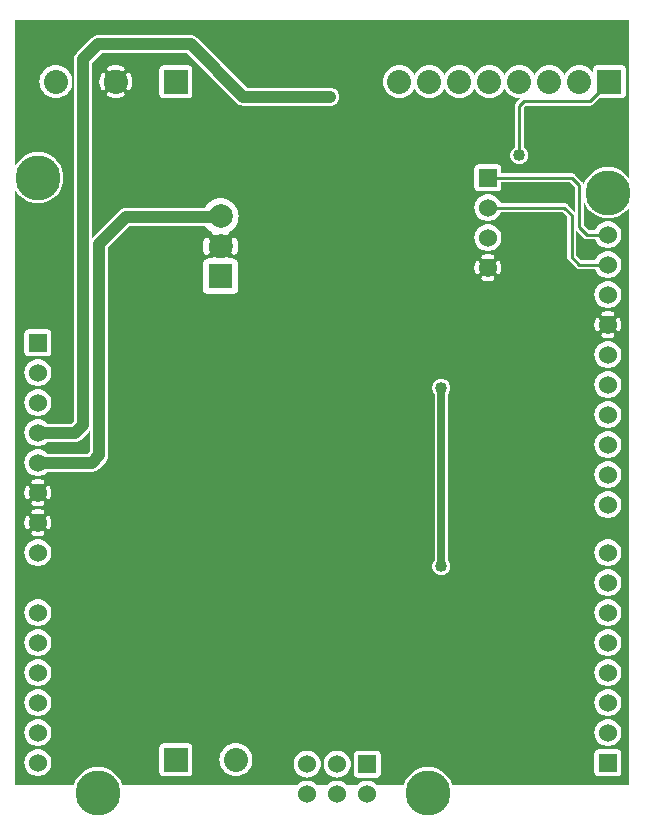
<source format=gbr>
G04 start of page 3 for group 1 idx 1 *
G04 Title: (unknown), solder *
G04 Creator: pcb 4.0.2 *
G04 CreationDate: Sat May 14 18:12:11 2022 UTC *
G04 For: railfan *
G04 Format: Gerber/RS-274X *
G04 PCB-Dimensions (mil): 3110.00 2710.00 *
G04 PCB-Coordinate-Origin: lower left *
%MOIN*%
%FSLAX25Y25*%
%LNBOTTOM*%
%ADD36C,0.0450*%
%ADD35C,0.0480*%
%ADD34C,0.1285*%
%ADD33C,0.0380*%
%ADD32C,0.0200*%
%ADD31C,0.0787*%
%ADD30C,0.0800*%
%ADD29C,0.1500*%
%ADD28C,0.0600*%
%ADD27C,0.0400*%
%ADD26C,0.0250*%
%ADD25C,0.0100*%
%ADD24C,0.0001*%
G54D24*G36*
X41500Y151000D02*X73500D01*
Y109000D01*
X41500D01*
Y151000D01*
G37*
G36*
X165992Y268000D02*X207500D01*
Y215345D01*
X207398Y215512D01*
X206529Y216529D01*
X205512Y217398D01*
X204371Y218097D01*
X203135Y218609D01*
X201834Y218921D01*
X200500Y219026D01*
X199166Y218921D01*
X197865Y218609D01*
X196629Y218097D01*
X195488Y217398D01*
X194471Y216529D01*
X193602Y215512D01*
X192903Y214371D01*
X192467Y213317D01*
X192431Y213465D01*
X192341Y213683D01*
X192217Y213884D01*
X192064Y214064D01*
X192019Y214102D01*
X189602Y216519D01*
X189564Y216564D01*
X189384Y216717D01*
X189183Y216841D01*
X188965Y216931D01*
X188735Y216986D01*
X188500Y217005D01*
X188441Y217000D01*
X165992D01*
Y245179D01*
X166000Y245199D01*
X166084Y244995D01*
X166537Y244257D01*
X167099Y243599D01*
X167757Y243037D01*
X168495Y242584D01*
X169295Y242253D01*
X170137Y242051D01*
X171000Y241983D01*
X171393Y242014D01*
X169981Y240602D01*
X169936Y240564D01*
X169783Y240384D01*
X169659Y240183D01*
X169569Y239965D01*
X169514Y239735D01*
X169514Y239735D01*
X169495Y239500D01*
X169500Y239441D01*
Y225599D01*
X169231Y225435D01*
X168872Y225128D01*
X168565Y224769D01*
X168319Y224366D01*
X168138Y223930D01*
X168028Y223471D01*
X167991Y223000D01*
X168028Y222529D01*
X168138Y222070D01*
X168319Y221634D01*
X168565Y221231D01*
X168872Y220872D01*
X169231Y220565D01*
X169634Y220319D01*
X170070Y220138D01*
X170529Y220028D01*
X171000Y219991D01*
X171471Y220028D01*
X171930Y220138D01*
X172366Y220319D01*
X172769Y220565D01*
X173128Y220872D01*
X173435Y221231D01*
X173681Y221634D01*
X173862Y222070D01*
X173972Y222529D01*
X174000Y223000D01*
X173972Y223471D01*
X173862Y223930D01*
X173681Y224366D01*
X173435Y224769D01*
X173128Y225128D01*
X172769Y225435D01*
X172500Y225599D01*
Y238879D01*
X173121Y239500D01*
X194441D01*
X194500Y239495D01*
X194735Y239514D01*
X194735Y239514D01*
X194965Y239569D01*
X195183Y239659D01*
X195384Y239783D01*
X195564Y239936D01*
X195602Y239981D01*
X197622Y242001D01*
X205235Y242014D01*
X205465Y242069D01*
X205683Y242159D01*
X205884Y242283D01*
X206064Y242436D01*
X206217Y242616D01*
X206341Y242817D01*
X206431Y243035D01*
X206486Y243265D01*
X206500Y243500D01*
X206486Y251735D01*
X206431Y251965D01*
X206341Y252183D01*
X206217Y252384D01*
X206064Y252564D01*
X205884Y252717D01*
X205683Y252841D01*
X205465Y252931D01*
X205235Y252986D01*
X205000Y253000D01*
X196765Y252986D01*
X196535Y252931D01*
X196317Y252841D01*
X196116Y252717D01*
X195936Y252564D01*
X195783Y252384D01*
X195659Y252183D01*
X195569Y251965D01*
X195514Y251735D01*
X195500Y251500D01*
X195501Y250681D01*
X195463Y250743D01*
X194901Y251401D01*
X194243Y251963D01*
X193505Y252416D01*
X192705Y252747D01*
X191863Y252949D01*
X191000Y253017D01*
X190137Y252949D01*
X189295Y252747D01*
X188495Y252416D01*
X187757Y251963D01*
X187099Y251401D01*
X186537Y250743D01*
X186084Y250005D01*
X186000Y249801D01*
X185916Y250005D01*
X185463Y250743D01*
X184901Y251401D01*
X184243Y251963D01*
X183505Y252416D01*
X182705Y252747D01*
X181863Y252949D01*
X181000Y253017D01*
X180137Y252949D01*
X179295Y252747D01*
X178495Y252416D01*
X177757Y251963D01*
X177099Y251401D01*
X176537Y250743D01*
X176084Y250005D01*
X176000Y249801D01*
X175916Y250005D01*
X175463Y250743D01*
X174901Y251401D01*
X174243Y251963D01*
X173505Y252416D01*
X172705Y252747D01*
X171863Y252949D01*
X171000Y253017D01*
X170137Y252949D01*
X169295Y252747D01*
X168495Y252416D01*
X167757Y251963D01*
X167099Y251401D01*
X166537Y250743D01*
X166084Y250005D01*
X166000Y249801D01*
X165992Y249821D01*
Y268000D01*
G37*
G36*
X204113Y183802D02*X204152Y183847D01*
X204522Y184451D01*
X204793Y185105D01*
X204958Y185794D01*
X205000Y186500D01*
X204958Y187206D01*
X204793Y187895D01*
X204522Y188549D01*
X204152Y189153D01*
X204113Y189198D01*
Y193802D01*
X204152Y193847D01*
X204522Y194451D01*
X204793Y195105D01*
X204958Y195794D01*
X205000Y196500D01*
X204958Y197206D01*
X204793Y197895D01*
X204522Y198549D01*
X204152Y199153D01*
X204113Y199198D01*
Y202796D01*
X204371Y202903D01*
X205512Y203602D01*
X206529Y204471D01*
X207398Y205488D01*
X207500Y205655D01*
Y13000D01*
X204113D01*
Y16130D01*
X204183Y16159D01*
X204384Y16283D01*
X204564Y16436D01*
X204717Y16616D01*
X204841Y16817D01*
X204931Y17035D01*
X204986Y17265D01*
X205000Y17500D01*
X204986Y23735D01*
X204931Y23965D01*
X204841Y24183D01*
X204717Y24384D01*
X204564Y24564D01*
X204384Y24717D01*
X204183Y24841D01*
X204113Y24870D01*
Y27802D01*
X204152Y27847D01*
X204522Y28451D01*
X204793Y29105D01*
X204958Y29794D01*
X205000Y30500D01*
X204958Y31206D01*
X204793Y31895D01*
X204522Y32549D01*
X204152Y33153D01*
X204113Y33198D01*
Y37802D01*
X204152Y37847D01*
X204522Y38451D01*
X204793Y39105D01*
X204958Y39794D01*
X205000Y40500D01*
X204958Y41206D01*
X204793Y41895D01*
X204522Y42549D01*
X204152Y43153D01*
X204113Y43198D01*
Y47802D01*
X204152Y47847D01*
X204522Y48451D01*
X204793Y49105D01*
X204958Y49794D01*
X205000Y50500D01*
X204958Y51206D01*
X204793Y51895D01*
X204522Y52549D01*
X204152Y53153D01*
X204113Y53198D01*
Y57802D01*
X204152Y57847D01*
X204522Y58451D01*
X204793Y59105D01*
X204958Y59794D01*
X205000Y60500D01*
X204958Y61206D01*
X204793Y61895D01*
X204522Y62549D01*
X204152Y63153D01*
X204113Y63198D01*
Y67802D01*
X204152Y67847D01*
X204522Y68451D01*
X204793Y69105D01*
X204958Y69794D01*
X205000Y70500D01*
X204958Y71206D01*
X204793Y71895D01*
X204522Y72549D01*
X204152Y73153D01*
X204113Y73198D01*
Y77802D01*
X204152Y77847D01*
X204522Y78451D01*
X204793Y79105D01*
X204958Y79794D01*
X205000Y80500D01*
X204958Y81206D01*
X204793Y81895D01*
X204522Y82549D01*
X204152Y83153D01*
X204113Y83198D01*
Y87802D01*
X204152Y87847D01*
X204522Y88451D01*
X204793Y89105D01*
X204958Y89794D01*
X205000Y90500D01*
X204958Y91206D01*
X204793Y91895D01*
X204522Y92549D01*
X204152Y93153D01*
X204113Y93198D01*
Y103802D01*
X204152Y103847D01*
X204522Y104451D01*
X204793Y105105D01*
X204958Y105794D01*
X205000Y106500D01*
X204958Y107206D01*
X204793Y107895D01*
X204522Y108549D01*
X204152Y109153D01*
X204113Y109198D01*
Y113802D01*
X204152Y113847D01*
X204522Y114451D01*
X204793Y115105D01*
X204958Y115794D01*
X205000Y116500D01*
X204958Y117206D01*
X204793Y117895D01*
X204522Y118549D01*
X204152Y119153D01*
X204113Y119198D01*
Y123802D01*
X204152Y123847D01*
X204522Y124451D01*
X204793Y125105D01*
X204958Y125794D01*
X205000Y126500D01*
X204958Y127206D01*
X204793Y127895D01*
X204522Y128549D01*
X204152Y129153D01*
X204113Y129198D01*
Y133802D01*
X204152Y133847D01*
X204522Y134451D01*
X204793Y135105D01*
X204958Y135794D01*
X205000Y136500D01*
X204958Y137206D01*
X204793Y137895D01*
X204522Y138549D01*
X204152Y139153D01*
X204113Y139198D01*
Y143802D01*
X204152Y143847D01*
X204522Y144451D01*
X204793Y145105D01*
X204958Y145794D01*
X205000Y146500D01*
X204958Y147206D01*
X204793Y147895D01*
X204522Y148549D01*
X204152Y149153D01*
X204113Y149198D01*
Y153802D01*
X204152Y153847D01*
X204522Y154451D01*
X204793Y155105D01*
X204958Y155794D01*
X205000Y156500D01*
X204958Y157206D01*
X204793Y157895D01*
X204522Y158549D01*
X204152Y159153D01*
X204113Y159198D01*
Y164353D01*
X204156Y164360D01*
X204268Y164397D01*
X204373Y164452D01*
X204468Y164522D01*
X204551Y164606D01*
X204619Y164702D01*
X204670Y164808D01*
X204818Y165216D01*
X204922Y165637D01*
X204984Y166067D01*
X205005Y166500D01*
X204984Y166933D01*
X204922Y167363D01*
X204818Y167784D01*
X204675Y168194D01*
X204622Y168300D01*
X204553Y168396D01*
X204470Y168481D01*
X204375Y168551D01*
X204269Y168606D01*
X204157Y168643D01*
X204113Y168651D01*
Y173802D01*
X204152Y173847D01*
X204522Y174451D01*
X204793Y175105D01*
X204958Y175794D01*
X205000Y176500D01*
X204958Y177206D01*
X204793Y177895D01*
X204522Y178549D01*
X204152Y179153D01*
X204113Y179198D01*
Y183802D01*
G37*
G36*
Y159198D02*X203692Y159692D01*
X203153Y160152D01*
X202549Y160522D01*
X201895Y160793D01*
X201206Y160958D01*
X200500Y161014D01*
Y161995D01*
X200933Y162016D01*
X201363Y162078D01*
X201784Y162182D01*
X202194Y162325D01*
X202300Y162378D01*
X202396Y162447D01*
X202481Y162530D01*
X202551Y162625D01*
X202606Y162731D01*
X202643Y162843D01*
X202663Y162960D01*
X202664Y163079D01*
X202646Y163196D01*
X202610Y163309D01*
X202557Y163415D01*
X202488Y163512D01*
X202405Y163596D01*
X202309Y163667D01*
X202204Y163721D01*
X202092Y163759D01*
X201975Y163778D01*
X201856Y163779D01*
X201739Y163761D01*
X201626Y163723D01*
X201355Y163624D01*
X201075Y163556D01*
X200789Y163514D01*
X200500Y163500D01*
Y169500D01*
X200789Y169486D01*
X201075Y169444D01*
X201355Y169376D01*
X201628Y169280D01*
X201739Y169242D01*
X201856Y169225D01*
X201974Y169225D01*
X202091Y169245D01*
X202203Y169282D01*
X202307Y169336D01*
X202402Y169406D01*
X202485Y169491D01*
X202554Y169587D01*
X202607Y169692D01*
X202643Y169805D01*
X202660Y169921D01*
X202659Y170039D01*
X202640Y170156D01*
X202603Y170268D01*
X202548Y170373D01*
X202478Y170468D01*
X202394Y170551D01*
X202298Y170619D01*
X202192Y170670D01*
X201784Y170818D01*
X201363Y170922D01*
X200933Y170984D01*
X200500Y171005D01*
Y171986D01*
X201206Y172042D01*
X201895Y172207D01*
X202549Y172478D01*
X203153Y172848D01*
X203692Y173308D01*
X204113Y173802D01*
Y168651D01*
X204040Y168663D01*
X203921Y168664D01*
X203804Y168646D01*
X203691Y168610D01*
X203585Y168557D01*
X203488Y168488D01*
X203404Y168405D01*
X203333Y168309D01*
X203279Y168204D01*
X203241Y168092D01*
X203222Y167975D01*
X203221Y167856D01*
X203239Y167739D01*
X203277Y167626D01*
X203376Y167355D01*
X203444Y167075D01*
X203486Y166789D01*
X203500Y166500D01*
X203486Y166211D01*
X203444Y165925D01*
X203376Y165645D01*
X203280Y165372D01*
X203242Y165261D01*
X203225Y165144D01*
X203225Y165026D01*
X203245Y164909D01*
X203282Y164797D01*
X203336Y164693D01*
X203406Y164598D01*
X203491Y164515D01*
X203587Y164446D01*
X203692Y164393D01*
X203805Y164357D01*
X203921Y164340D01*
X204039Y164341D01*
X204113Y164353D01*
Y159198D01*
G37*
G36*
Y149198D02*X203692Y149692D01*
X203153Y150152D01*
X202549Y150522D01*
X201895Y150793D01*
X201206Y150958D01*
X200500Y151014D01*
Y151986D01*
X201206Y152042D01*
X201895Y152207D01*
X202549Y152478D01*
X203153Y152848D01*
X203692Y153308D01*
X204113Y153802D01*
Y149198D01*
G37*
G36*
Y139198D02*X203692Y139692D01*
X203153Y140152D01*
X202549Y140522D01*
X201895Y140793D01*
X201206Y140958D01*
X200500Y141014D01*
Y141986D01*
X201206Y142042D01*
X201895Y142207D01*
X202549Y142478D01*
X203153Y142848D01*
X203692Y143308D01*
X204113Y143802D01*
Y139198D01*
G37*
G36*
Y129198D02*X203692Y129692D01*
X203153Y130152D01*
X202549Y130522D01*
X201895Y130793D01*
X201206Y130958D01*
X200500Y131014D01*
Y131986D01*
X201206Y132042D01*
X201895Y132207D01*
X202549Y132478D01*
X203153Y132848D01*
X203692Y133308D01*
X204113Y133802D01*
Y129198D01*
G37*
G36*
Y119198D02*X203692Y119692D01*
X203153Y120152D01*
X202549Y120522D01*
X201895Y120793D01*
X201206Y120958D01*
X200500Y121014D01*
Y121986D01*
X201206Y122042D01*
X201895Y122207D01*
X202549Y122478D01*
X203153Y122848D01*
X203692Y123308D01*
X204113Y123802D01*
Y119198D01*
G37*
G36*
Y109198D02*X203692Y109692D01*
X203153Y110152D01*
X202549Y110522D01*
X201895Y110793D01*
X201206Y110958D01*
X200500Y111014D01*
Y111986D01*
X201206Y112042D01*
X201895Y112207D01*
X202549Y112478D01*
X203153Y112848D01*
X203692Y113308D01*
X204113Y113802D01*
Y109198D01*
G37*
G36*
Y93198D02*X203692Y93692D01*
X203153Y94152D01*
X202549Y94522D01*
X201895Y94793D01*
X201206Y94958D01*
X200500Y95014D01*
Y101986D01*
X201206Y102042D01*
X201895Y102207D01*
X202549Y102478D01*
X203153Y102848D01*
X203692Y103308D01*
X204113Y103802D01*
Y93198D01*
G37*
G36*
Y83198D02*X203692Y83692D01*
X203153Y84152D01*
X202549Y84522D01*
X201895Y84793D01*
X201206Y84958D01*
X200500Y85014D01*
Y85986D01*
X201206Y86042D01*
X201895Y86207D01*
X202549Y86478D01*
X203153Y86848D01*
X203692Y87308D01*
X204113Y87802D01*
Y83198D01*
G37*
G36*
Y73198D02*X203692Y73692D01*
X203153Y74152D01*
X202549Y74522D01*
X201895Y74793D01*
X201206Y74958D01*
X200500Y75014D01*
Y75986D01*
X201206Y76042D01*
X201895Y76207D01*
X202549Y76478D01*
X203153Y76848D01*
X203692Y77308D01*
X204113Y77802D01*
Y73198D01*
G37*
G36*
Y63198D02*X203692Y63692D01*
X203153Y64152D01*
X202549Y64522D01*
X201895Y64793D01*
X201206Y64958D01*
X200500Y65014D01*
Y65986D01*
X201206Y66042D01*
X201895Y66207D01*
X202549Y66478D01*
X203153Y66848D01*
X203692Y67308D01*
X204113Y67802D01*
Y63198D01*
G37*
G36*
Y53198D02*X203692Y53692D01*
X203153Y54152D01*
X202549Y54522D01*
X201895Y54793D01*
X201206Y54958D01*
X200500Y55014D01*
Y55986D01*
X201206Y56042D01*
X201895Y56207D01*
X202549Y56478D01*
X203153Y56848D01*
X203692Y57308D01*
X204113Y57802D01*
Y53198D01*
G37*
G36*
Y43198D02*X203692Y43692D01*
X203153Y44152D01*
X202549Y44522D01*
X201895Y44793D01*
X201206Y44958D01*
X200500Y45014D01*
Y45986D01*
X201206Y46042D01*
X201895Y46207D01*
X202549Y46478D01*
X203153Y46848D01*
X203692Y47308D01*
X204113Y47802D01*
Y43198D01*
G37*
G36*
Y33198D02*X203692Y33692D01*
X203153Y34152D01*
X202549Y34522D01*
X201895Y34793D01*
X201206Y34958D01*
X200500Y35014D01*
Y35986D01*
X201206Y36042D01*
X201895Y36207D01*
X202549Y36478D01*
X203153Y36848D01*
X203692Y37308D01*
X204113Y37802D01*
Y33198D01*
G37*
G36*
Y24870D02*X203965Y24931D01*
X203735Y24986D01*
X203500Y25000D01*
X200500Y24993D01*
Y25986D01*
X201206Y26042D01*
X201895Y26207D01*
X202549Y26478D01*
X203153Y26848D01*
X203692Y27308D01*
X204113Y27802D01*
Y24870D01*
G37*
G36*
Y13000D02*X200500D01*
Y16007D01*
X203735Y16014D01*
X203965Y16069D01*
X204113Y16130D01*
Y13000D01*
G37*
G36*
Y199198D02*X203692Y199692D01*
X203153Y200152D01*
X202549Y200522D01*
X201895Y200793D01*
X201206Y200958D01*
X200500Y201014D01*
Y201974D01*
X201834Y202079D01*
X203135Y202391D01*
X204113Y202796D01*
Y199198D01*
G37*
G36*
Y189198D02*X203692Y189692D01*
X203153Y190152D01*
X202549Y190522D01*
X201895Y190793D01*
X201206Y190958D01*
X200500Y191014D01*
Y191986D01*
X201206Y192042D01*
X201895Y192207D01*
X202549Y192478D01*
X203153Y192848D01*
X203692Y193308D01*
X204113Y193802D01*
Y189198D01*
G37*
G36*
X200500Y181986D02*X201206Y182042D01*
X201895Y182207D01*
X202549Y182478D01*
X203153Y182848D01*
X203692Y183308D01*
X204113Y183802D01*
Y179198D01*
X203692Y179692D01*
X203153Y180152D01*
X202549Y180522D01*
X201895Y180793D01*
X201206Y180958D01*
X200500Y181014D01*
Y181986D01*
G37*
G36*
Y201014D02*X199794Y200958D01*
X199105Y200793D01*
X198451Y200522D01*
X197847Y200152D01*
X197308Y199692D01*
X196848Y199153D01*
X196478Y198549D01*
X196251Y198000D01*
X194121D01*
X192500Y199621D01*
Y207602D01*
X192903Y206629D01*
X193602Y205488D01*
X194471Y204471D01*
X195488Y203602D01*
X196629Y202903D01*
X197865Y202391D01*
X199166Y202079D01*
X200500Y201974D01*
Y201014D01*
G37*
G36*
Y191014D02*X199794Y190958D01*
X199105Y190793D01*
X198451Y190522D01*
X197847Y190152D01*
X197308Y189692D01*
X196848Y189153D01*
X196478Y188549D01*
X196251Y188000D01*
X191621D01*
X190000Y189621D01*
Y197879D01*
X192398Y195481D01*
X192436Y195436D01*
X192616Y195283D01*
X192817Y195159D01*
X193035Y195069D01*
X193265Y195014D01*
X193500Y194995D01*
X193559Y195000D01*
X196251D01*
X196478Y194451D01*
X196848Y193847D01*
X197308Y193308D01*
X197847Y192848D01*
X198451Y192478D01*
X199105Y192207D01*
X199794Y192042D01*
X200500Y191986D01*
Y191014D01*
G37*
G36*
X196887Y16130D02*X197035Y16069D01*
X197265Y16014D01*
X197500Y16000D01*
X200500Y16007D01*
Y13000D01*
X196887D01*
Y16130D01*
G37*
G36*
Y27802D02*X197308Y27308D01*
X197847Y26848D01*
X198451Y26478D01*
X199105Y26207D01*
X199794Y26042D01*
X200500Y25986D01*
Y24993D01*
X197265Y24986D01*
X197035Y24931D01*
X196887Y24870D01*
Y27802D01*
G37*
G36*
Y37802D02*X197308Y37308D01*
X197847Y36848D01*
X198451Y36478D01*
X199105Y36207D01*
X199794Y36042D01*
X200500Y35986D01*
Y35014D01*
X199794Y34958D01*
X199105Y34793D01*
X198451Y34522D01*
X197847Y34152D01*
X197308Y33692D01*
X196887Y33198D01*
Y37802D01*
G37*
G36*
Y47802D02*X197308Y47308D01*
X197847Y46848D01*
X198451Y46478D01*
X199105Y46207D01*
X199794Y46042D01*
X200500Y45986D01*
Y45014D01*
X199794Y44958D01*
X199105Y44793D01*
X198451Y44522D01*
X197847Y44152D01*
X197308Y43692D01*
X196887Y43198D01*
Y47802D01*
G37*
G36*
Y57802D02*X197308Y57308D01*
X197847Y56848D01*
X198451Y56478D01*
X199105Y56207D01*
X199794Y56042D01*
X200500Y55986D01*
Y55014D01*
X199794Y54958D01*
X199105Y54793D01*
X198451Y54522D01*
X197847Y54152D01*
X197308Y53692D01*
X196887Y53198D01*
Y57802D01*
G37*
G36*
Y67802D02*X197308Y67308D01*
X197847Y66848D01*
X198451Y66478D01*
X199105Y66207D01*
X199794Y66042D01*
X200500Y65986D01*
Y65014D01*
X199794Y64958D01*
X199105Y64793D01*
X198451Y64522D01*
X197847Y64152D01*
X197308Y63692D01*
X196887Y63198D01*
Y67802D01*
G37*
G36*
Y77802D02*X197308Y77308D01*
X197847Y76848D01*
X198451Y76478D01*
X199105Y76207D01*
X199794Y76042D01*
X200500Y75986D01*
Y75014D01*
X199794Y74958D01*
X199105Y74793D01*
X198451Y74522D01*
X197847Y74152D01*
X197308Y73692D01*
X196887Y73198D01*
Y77802D01*
G37*
G36*
Y87802D02*X197308Y87308D01*
X197847Y86848D01*
X198451Y86478D01*
X199105Y86207D01*
X199794Y86042D01*
X200500Y85986D01*
Y85014D01*
X199794Y84958D01*
X199105Y84793D01*
X198451Y84522D01*
X197847Y84152D01*
X197308Y83692D01*
X196887Y83198D01*
Y87802D01*
G37*
G36*
Y103802D02*X197308Y103308D01*
X197847Y102848D01*
X198451Y102478D01*
X199105Y102207D01*
X199794Y102042D01*
X200500Y101986D01*
Y95014D01*
X199794Y94958D01*
X199105Y94793D01*
X198451Y94522D01*
X197847Y94152D01*
X197308Y93692D01*
X196887Y93198D01*
Y103802D01*
G37*
G36*
Y113802D02*X197308Y113308D01*
X197847Y112848D01*
X198451Y112478D01*
X199105Y112207D01*
X199794Y112042D01*
X200500Y111986D01*
Y111014D01*
X199794Y110958D01*
X199105Y110793D01*
X198451Y110522D01*
X197847Y110152D01*
X197308Y109692D01*
X196887Y109198D01*
Y113802D01*
G37*
G36*
Y123802D02*X197308Y123308D01*
X197847Y122848D01*
X198451Y122478D01*
X199105Y122207D01*
X199794Y122042D01*
X200500Y121986D01*
Y121014D01*
X199794Y120958D01*
X199105Y120793D01*
X198451Y120522D01*
X197847Y120152D01*
X197308Y119692D01*
X196887Y119198D01*
Y123802D01*
G37*
G36*
Y133802D02*X197308Y133308D01*
X197847Y132848D01*
X198451Y132478D01*
X199105Y132207D01*
X199794Y132042D01*
X200500Y131986D01*
Y131014D01*
X199794Y130958D01*
X199105Y130793D01*
X198451Y130522D01*
X197847Y130152D01*
X197308Y129692D01*
X196887Y129198D01*
Y133802D01*
G37*
G36*
Y143802D02*X197308Y143308D01*
X197847Y142848D01*
X198451Y142478D01*
X199105Y142207D01*
X199794Y142042D01*
X200500Y141986D01*
Y141014D01*
X199794Y140958D01*
X199105Y140793D01*
X198451Y140522D01*
X197847Y140152D01*
X197308Y139692D01*
X196887Y139198D01*
Y143802D01*
G37*
G36*
Y153802D02*X197308Y153308D01*
X197847Y152848D01*
X198451Y152478D01*
X199105Y152207D01*
X199794Y152042D01*
X200500Y151986D01*
Y151014D01*
X199794Y150958D01*
X199105Y150793D01*
X198451Y150522D01*
X197847Y150152D01*
X197308Y149692D01*
X196887Y149198D01*
Y153802D01*
G37*
G36*
Y173802D02*X197308Y173308D01*
X197847Y172848D01*
X198451Y172478D01*
X199105Y172207D01*
X199794Y172042D01*
X200500Y171986D01*
Y171005D01*
X200067Y170984D01*
X199637Y170922D01*
X199216Y170818D01*
X198806Y170675D01*
X198700Y170622D01*
X198604Y170553D01*
X198519Y170470D01*
X198449Y170375D01*
X198394Y170269D01*
X198357Y170157D01*
X198337Y170040D01*
X198336Y169921D01*
X198354Y169804D01*
X198390Y169691D01*
X198443Y169585D01*
X198512Y169488D01*
X198595Y169404D01*
X198691Y169333D01*
X198796Y169279D01*
X198908Y169241D01*
X199025Y169222D01*
X199144Y169221D01*
X199261Y169239D01*
X199374Y169277D01*
X199645Y169376D01*
X199925Y169444D01*
X200211Y169486D01*
X200500Y169500D01*
Y163500D01*
X200211Y163514D01*
X199925Y163556D01*
X199645Y163624D01*
X199372Y163720D01*
X199261Y163758D01*
X199144Y163775D01*
X199026Y163775D01*
X198909Y163755D01*
X198797Y163718D01*
X198693Y163664D01*
X198598Y163594D01*
X198515Y163509D01*
X198446Y163413D01*
X198393Y163308D01*
X198357Y163195D01*
X198340Y163079D01*
X198341Y162961D01*
X198360Y162844D01*
X198397Y162732D01*
X198452Y162627D01*
X198522Y162532D01*
X198606Y162449D01*
X198702Y162381D01*
X198808Y162330D01*
X199216Y162182D01*
X199637Y162078D01*
X200067Y162016D01*
X200500Y161995D01*
Y161014D01*
X199794Y160958D01*
X199105Y160793D01*
X198451Y160522D01*
X197847Y160152D01*
X197308Y159692D01*
X196887Y159198D01*
Y164349D01*
X196960Y164337D01*
X197079Y164336D01*
X197196Y164354D01*
X197309Y164390D01*
X197415Y164443D01*
X197512Y164512D01*
X197596Y164595D01*
X197667Y164691D01*
X197721Y164796D01*
X197759Y164908D01*
X197778Y165025D01*
X197779Y165144D01*
X197761Y165261D01*
X197723Y165374D01*
X197624Y165645D01*
X197556Y165925D01*
X197514Y166211D01*
X197500Y166500D01*
X197514Y166789D01*
X197556Y167075D01*
X197624Y167355D01*
X197720Y167628D01*
X197758Y167739D01*
X197775Y167856D01*
X197775Y167974D01*
X197755Y168091D01*
X197718Y168203D01*
X197664Y168307D01*
X197594Y168402D01*
X197509Y168485D01*
X197413Y168554D01*
X197308Y168607D01*
X197195Y168643D01*
X197079Y168660D01*
X196961Y168659D01*
X196887Y168647D01*
Y173802D01*
G37*
G36*
Y183802D02*X197308Y183308D01*
X197847Y182848D01*
X198451Y182478D01*
X199105Y182207D01*
X199794Y182042D01*
X200500Y181986D01*
Y181014D01*
X199794Y180958D01*
X199105Y180793D01*
X198451Y180522D01*
X197847Y180152D01*
X197308Y179692D01*
X196887Y179198D01*
Y183802D01*
G37*
G36*
X165992Y204000D02*X185379D01*
X187000Y202379D01*
Y189059D01*
X186995Y189000D01*
X187014Y188765D01*
X187069Y188535D01*
X187159Y188317D01*
X187283Y188116D01*
X187436Y187936D01*
X187481Y187898D01*
X189898Y185481D01*
X189936Y185436D01*
X190116Y185283D01*
X190317Y185159D01*
X190535Y185069D01*
X190765Y185014D01*
X191000Y184995D01*
X191059Y185000D01*
X196251D01*
X196478Y184451D01*
X196848Y183847D01*
X196887Y183802D01*
Y179198D01*
X196848Y179153D01*
X196478Y178549D01*
X196207Y177895D01*
X196042Y177206D01*
X195986Y176500D01*
X196042Y175794D01*
X196207Y175105D01*
X196478Y174451D01*
X196848Y173847D01*
X196887Y173802D01*
Y168647D01*
X196844Y168640D01*
X196732Y168603D01*
X196627Y168548D01*
X196532Y168478D01*
X196449Y168394D01*
X196381Y168298D01*
X196330Y168192D01*
X196182Y167784D01*
X196078Y167363D01*
X196016Y166933D01*
X195995Y166500D01*
X196016Y166067D01*
X196078Y165637D01*
X196182Y165216D01*
X196325Y164806D01*
X196378Y164700D01*
X196447Y164604D01*
X196530Y164519D01*
X196625Y164449D01*
X196731Y164394D01*
X196843Y164357D01*
X196887Y164349D01*
Y159198D01*
X196848Y159153D01*
X196478Y158549D01*
X196207Y157895D01*
X196042Y157206D01*
X195986Y156500D01*
X196042Y155794D01*
X196207Y155105D01*
X196478Y154451D01*
X196848Y153847D01*
X196887Y153802D01*
Y149198D01*
X196848Y149153D01*
X196478Y148549D01*
X196207Y147895D01*
X196042Y147206D01*
X195986Y146500D01*
X196042Y145794D01*
X196207Y145105D01*
X196478Y144451D01*
X196848Y143847D01*
X196887Y143802D01*
Y139198D01*
X196848Y139153D01*
X196478Y138549D01*
X196207Y137895D01*
X196042Y137206D01*
X195986Y136500D01*
X196042Y135794D01*
X196207Y135105D01*
X196478Y134451D01*
X196848Y133847D01*
X196887Y133802D01*
Y129198D01*
X196848Y129153D01*
X196478Y128549D01*
X196207Y127895D01*
X196042Y127206D01*
X195986Y126500D01*
X196042Y125794D01*
X196207Y125105D01*
X196478Y124451D01*
X196848Y123847D01*
X196887Y123802D01*
Y119198D01*
X196848Y119153D01*
X196478Y118549D01*
X196207Y117895D01*
X196042Y117206D01*
X195986Y116500D01*
X196042Y115794D01*
X196207Y115105D01*
X196478Y114451D01*
X196848Y113847D01*
X196887Y113802D01*
Y109198D01*
X196848Y109153D01*
X196478Y108549D01*
X196207Y107895D01*
X196042Y107206D01*
X195986Y106500D01*
X196042Y105794D01*
X196207Y105105D01*
X196478Y104451D01*
X196848Y103847D01*
X196887Y103802D01*
Y93198D01*
X196848Y93153D01*
X196478Y92549D01*
X196207Y91895D01*
X196042Y91206D01*
X195986Y90500D01*
X196042Y89794D01*
X196207Y89105D01*
X196478Y88451D01*
X196848Y87847D01*
X196887Y87802D01*
Y83198D01*
X196848Y83153D01*
X196478Y82549D01*
X196207Y81895D01*
X196042Y81206D01*
X195986Y80500D01*
X196042Y79794D01*
X196207Y79105D01*
X196478Y78451D01*
X196848Y77847D01*
X196887Y77802D01*
Y73198D01*
X196848Y73153D01*
X196478Y72549D01*
X196207Y71895D01*
X196042Y71206D01*
X195986Y70500D01*
X196042Y69794D01*
X196207Y69105D01*
X196478Y68451D01*
X196848Y67847D01*
X196887Y67802D01*
Y63198D01*
X196848Y63153D01*
X196478Y62549D01*
X196207Y61895D01*
X196042Y61206D01*
X195986Y60500D01*
X196042Y59794D01*
X196207Y59105D01*
X196478Y58451D01*
X196848Y57847D01*
X196887Y57802D01*
Y53198D01*
X196848Y53153D01*
X196478Y52549D01*
X196207Y51895D01*
X196042Y51206D01*
X195986Y50500D01*
X196042Y49794D01*
X196207Y49105D01*
X196478Y48451D01*
X196848Y47847D01*
X196887Y47802D01*
Y43198D01*
X196848Y43153D01*
X196478Y42549D01*
X196207Y41895D01*
X196042Y41206D01*
X195986Y40500D01*
X196042Y39794D01*
X196207Y39105D01*
X196478Y38451D01*
X196848Y37847D01*
X196887Y37802D01*
Y33198D01*
X196848Y33153D01*
X196478Y32549D01*
X196207Y31895D01*
X196042Y31206D01*
X195986Y30500D01*
X196042Y29794D01*
X196207Y29105D01*
X196478Y28451D01*
X196848Y27847D01*
X196887Y27802D01*
Y24870D01*
X196817Y24841D01*
X196616Y24717D01*
X196436Y24564D01*
X196283Y24384D01*
X196159Y24183D01*
X196069Y23965D01*
X196014Y23735D01*
X196000Y23500D01*
X196014Y17265D01*
X196069Y17035D01*
X196159Y16817D01*
X196283Y16616D01*
X196436Y16436D01*
X196616Y16283D01*
X196817Y16159D01*
X196887Y16130D01*
Y13000D01*
X165992D01*
Y204000D01*
G37*
G36*
Y214000D02*X187879D01*
X189500Y212379D01*
Y204121D01*
X187102Y206519D01*
X187064Y206564D01*
X186884Y206717D01*
X186683Y206841D01*
X186465Y206931D01*
X186235Y206986D01*
X186000Y207005D01*
X185941Y207000D01*
X165992D01*
Y214000D01*
G37*
G36*
X144995Y268000D02*X165992D01*
Y249821D01*
X165916Y250005D01*
X165463Y250743D01*
X164901Y251401D01*
X164243Y251963D01*
X163505Y252416D01*
X162705Y252747D01*
X161863Y252949D01*
X161000Y253017D01*
X160137Y252949D01*
X159295Y252747D01*
X158495Y252416D01*
X157757Y251963D01*
X157099Y251401D01*
X156537Y250743D01*
X156084Y250005D01*
X156000Y249801D01*
X155916Y250005D01*
X155463Y250743D01*
X154901Y251401D01*
X154243Y251963D01*
X153505Y252416D01*
X152705Y252747D01*
X151863Y252949D01*
X151000Y253017D01*
X150137Y252949D01*
X149295Y252747D01*
X148495Y252416D01*
X147757Y251963D01*
X147099Y251401D01*
X146537Y250743D01*
X146084Y250005D01*
X146000Y249801D01*
X145916Y250005D01*
X145463Y250743D01*
X144995Y251291D01*
Y268000D01*
G37*
G36*
X160493Y242023D02*X161000Y241983D01*
X161863Y242051D01*
X162705Y242253D01*
X163505Y242584D01*
X164243Y243037D01*
X164901Y243599D01*
X165463Y244257D01*
X165916Y244995D01*
X165992Y245179D01*
Y217000D01*
X164990D01*
X164986Y218735D01*
X164931Y218965D01*
X164841Y219183D01*
X164717Y219384D01*
X164564Y219564D01*
X164384Y219717D01*
X164183Y219841D01*
X163965Y219931D01*
X163735Y219986D01*
X163500Y220000D01*
X160493Y219993D01*
Y242023D01*
G37*
G36*
X164113Y202802D02*X164152Y202847D01*
X164522Y203451D01*
X164749Y204000D01*
X165992D01*
Y13000D01*
X164113D01*
Y183353D01*
X164156Y183360D01*
X164268Y183397D01*
X164373Y183452D01*
X164468Y183522D01*
X164551Y183606D01*
X164619Y183702D01*
X164670Y183808D01*
X164818Y184216D01*
X164922Y184637D01*
X164984Y185067D01*
X165005Y185500D01*
X164984Y185933D01*
X164922Y186363D01*
X164818Y186784D01*
X164675Y187194D01*
X164622Y187300D01*
X164553Y187396D01*
X164470Y187481D01*
X164375Y187551D01*
X164269Y187606D01*
X164157Y187643D01*
X164113Y187651D01*
Y192802D01*
X164152Y192847D01*
X164522Y193451D01*
X164793Y194105D01*
X164958Y194794D01*
X165000Y195500D01*
X164958Y196206D01*
X164793Y196895D01*
X164522Y197549D01*
X164152Y198153D01*
X164113Y198198D01*
Y202802D01*
G37*
G36*
Y13000D02*X160493D01*
Y180995D01*
X160500Y180995D01*
X160933Y181016D01*
X161363Y181078D01*
X161784Y181182D01*
X162194Y181325D01*
X162300Y181378D01*
X162396Y181447D01*
X162481Y181530D01*
X162551Y181625D01*
X162606Y181731D01*
X162643Y181843D01*
X162663Y181960D01*
X162664Y182079D01*
X162646Y182196D01*
X162610Y182309D01*
X162557Y182415D01*
X162488Y182512D01*
X162405Y182596D01*
X162309Y182667D01*
X162204Y182721D01*
X162092Y182759D01*
X161975Y182778D01*
X161856Y182779D01*
X161739Y182761D01*
X161626Y182723D01*
X161355Y182624D01*
X161075Y182556D01*
X160789Y182514D01*
X160500Y182500D01*
X160493Y182500D01*
Y188500D01*
X160500Y188500D01*
X160789Y188486D01*
X161075Y188444D01*
X161355Y188376D01*
X161628Y188280D01*
X161739Y188242D01*
X161856Y188225D01*
X161974Y188225D01*
X162091Y188245D01*
X162203Y188282D01*
X162307Y188336D01*
X162402Y188406D01*
X162485Y188491D01*
X162554Y188587D01*
X162607Y188692D01*
X162643Y188805D01*
X162660Y188921D01*
X162659Y189039D01*
X162640Y189156D01*
X162603Y189268D01*
X162548Y189373D01*
X162478Y189468D01*
X162394Y189551D01*
X162298Y189619D01*
X162192Y189670D01*
X161784Y189818D01*
X161363Y189922D01*
X160933Y189984D01*
X160500Y190005D01*
X160493Y190005D01*
Y190987D01*
X160500Y190986D01*
X161206Y191042D01*
X161895Y191207D01*
X162549Y191478D01*
X163153Y191848D01*
X163692Y192308D01*
X164113Y192802D01*
Y187651D01*
X164040Y187663D01*
X163921Y187664D01*
X163804Y187646D01*
X163691Y187610D01*
X163585Y187557D01*
X163488Y187488D01*
X163404Y187405D01*
X163333Y187309D01*
X163279Y187204D01*
X163241Y187092D01*
X163222Y186975D01*
X163221Y186856D01*
X163239Y186739D01*
X163277Y186626D01*
X163376Y186355D01*
X163444Y186075D01*
X163486Y185789D01*
X163500Y185500D01*
X163486Y185211D01*
X163444Y184925D01*
X163376Y184645D01*
X163280Y184372D01*
X163242Y184261D01*
X163225Y184144D01*
X163225Y184026D01*
X163245Y183909D01*
X163282Y183797D01*
X163336Y183693D01*
X163406Y183598D01*
X163491Y183515D01*
X163587Y183446D01*
X163692Y183393D01*
X163805Y183357D01*
X163921Y183340D01*
X164039Y183341D01*
X164113Y183353D01*
Y13000D01*
G37*
G36*
X160493Y200987D02*X160500Y200986D01*
X161206Y201042D01*
X161895Y201207D01*
X162549Y201478D01*
X163153Y201848D01*
X163692Y202308D01*
X164113Y202802D01*
Y198198D01*
X163692Y198692D01*
X163153Y199152D01*
X162549Y199522D01*
X161895Y199793D01*
X161206Y199958D01*
X160500Y200014D01*
X160493Y200013D01*
Y200987D01*
G37*
G36*
X164997Y214000D02*X165992D01*
Y207000D01*
X164749D01*
X164522Y207549D01*
X164152Y208153D01*
X163692Y208692D01*
X163153Y209152D01*
X162549Y209522D01*
X161895Y209793D01*
X161206Y209958D01*
X160500Y210014D01*
X160493Y210013D01*
Y211007D01*
X163735Y211014D01*
X163965Y211069D01*
X164183Y211159D01*
X164384Y211283D01*
X164564Y211436D01*
X164717Y211616D01*
X164841Y211817D01*
X164931Y212035D01*
X164986Y212265D01*
X165000Y212500D01*
X164997Y214000D01*
G37*
G36*
X156887Y243847D02*X157099Y243599D01*
X157757Y243037D01*
X158495Y242584D01*
X159295Y242253D01*
X160137Y242051D01*
X160493Y242023D01*
Y219993D01*
X157265Y219986D01*
X157035Y219931D01*
X156887Y219870D01*
Y243847D01*
G37*
G36*
Y192802D02*X157308Y192308D01*
X157847Y191848D01*
X158451Y191478D01*
X159105Y191207D01*
X159794Y191042D01*
X160493Y190987D01*
Y190005D01*
X160067Y189984D01*
X159637Y189922D01*
X159216Y189818D01*
X158806Y189675D01*
X158700Y189622D01*
X158604Y189553D01*
X158519Y189470D01*
X158449Y189375D01*
X158394Y189269D01*
X158357Y189157D01*
X158337Y189040D01*
X158336Y188921D01*
X158354Y188804D01*
X158390Y188691D01*
X158443Y188585D01*
X158512Y188488D01*
X158595Y188404D01*
X158691Y188333D01*
X158796Y188279D01*
X158908Y188241D01*
X159025Y188222D01*
X159144Y188221D01*
X159261Y188239D01*
X159374Y188277D01*
X159645Y188376D01*
X159925Y188444D01*
X160211Y188486D01*
X160493Y188500D01*
Y182500D01*
X160211Y182514D01*
X159925Y182556D01*
X159645Y182624D01*
X159372Y182720D01*
X159261Y182758D01*
X159144Y182775D01*
X159026Y182775D01*
X158909Y182755D01*
X158797Y182718D01*
X158693Y182664D01*
X158598Y182594D01*
X158515Y182509D01*
X158446Y182413D01*
X158393Y182308D01*
X158357Y182195D01*
X158340Y182079D01*
X158341Y181961D01*
X158360Y181844D01*
X158397Y181732D01*
X158452Y181627D01*
X158522Y181532D01*
X158606Y181449D01*
X158702Y181381D01*
X158808Y181330D01*
X159216Y181182D01*
X159637Y181078D01*
X160067Y181016D01*
X160493Y180995D01*
Y13000D01*
X156887D01*
Y183349D01*
X156960Y183337D01*
X157079Y183336D01*
X157196Y183354D01*
X157309Y183390D01*
X157415Y183443D01*
X157512Y183512D01*
X157596Y183595D01*
X157667Y183691D01*
X157721Y183796D01*
X157759Y183908D01*
X157778Y184025D01*
X157779Y184144D01*
X157761Y184261D01*
X157723Y184374D01*
X157624Y184645D01*
X157556Y184925D01*
X157514Y185211D01*
X157500Y185500D01*
X157514Y185789D01*
X157556Y186075D01*
X157624Y186355D01*
X157720Y186628D01*
X157758Y186739D01*
X157775Y186856D01*
X157775Y186974D01*
X157755Y187091D01*
X157718Y187203D01*
X157664Y187307D01*
X157594Y187402D01*
X157509Y187485D01*
X157413Y187554D01*
X157308Y187607D01*
X157195Y187643D01*
X157079Y187660D01*
X156961Y187659D01*
X156887Y187647D01*
Y192802D01*
G37*
G36*
Y202802D02*X157308Y202308D01*
X157847Y201848D01*
X158451Y201478D01*
X159105Y201207D01*
X159794Y201042D01*
X160493Y200987D01*
Y200013D01*
X159794Y199958D01*
X159105Y199793D01*
X158451Y199522D01*
X157847Y199152D01*
X157308Y198692D01*
X156887Y198198D01*
Y202802D01*
G37*
G36*
X160493Y210013D02*X159794Y209958D01*
X159105Y209793D01*
X158451Y209522D01*
X157847Y209152D01*
X157308Y208692D01*
X156887Y208198D01*
Y211130D01*
X157035Y211069D01*
X157265Y211014D01*
X157500Y211000D01*
X160493Y211007D01*
Y210013D01*
G37*
G36*
X156887Y208198D02*X156848Y208153D01*
X156478Y207549D01*
X156207Y206895D01*
X156042Y206206D01*
X155986Y205500D01*
X156042Y204794D01*
X156207Y204105D01*
X156478Y203451D01*
X156848Y202847D01*
X156887Y202802D01*
Y198198D01*
X156848Y198153D01*
X156478Y197549D01*
X156207Y196895D01*
X156042Y196206D01*
X155986Y195500D01*
X156042Y194794D01*
X156207Y194105D01*
X156478Y193451D01*
X156848Y192847D01*
X156887Y192802D01*
Y187647D01*
X156844Y187640D01*
X156732Y187603D01*
X156627Y187548D01*
X156532Y187478D01*
X156449Y187394D01*
X156381Y187298D01*
X156330Y187192D01*
X156182Y186784D01*
X156078Y186363D01*
X156016Y185933D01*
X155995Y185500D01*
X156016Y185067D01*
X156078Y184637D01*
X156182Y184216D01*
X156325Y183806D01*
X156378Y183700D01*
X156447Y183604D01*
X156530Y183519D01*
X156625Y183449D01*
X156731Y183394D01*
X156843Y183357D01*
X156887Y183349D01*
Y13000D01*
X148641D01*
X148609Y13135D01*
X148097Y14371D01*
X147398Y15512D01*
X146529Y16529D01*
X145512Y17398D01*
X144995Y17714D01*
Y82991D01*
X145000Y82991D01*
X145471Y83028D01*
X145930Y83138D01*
X146366Y83319D01*
X146769Y83565D01*
X147128Y83872D01*
X147435Y84231D01*
X147681Y84634D01*
X147862Y85070D01*
X147972Y85529D01*
X148000Y86000D01*
X147972Y86471D01*
X147862Y86930D01*
X147681Y87366D01*
X147435Y87769D01*
X147250Y87985D01*
Y143515D01*
X147435Y143731D01*
X147681Y144134D01*
X147862Y144570D01*
X147972Y145029D01*
X148000Y145500D01*
X147972Y145971D01*
X147862Y146430D01*
X147681Y146866D01*
X147435Y147269D01*
X147128Y147628D01*
X146769Y147935D01*
X146366Y148181D01*
X145930Y148362D01*
X145471Y148472D01*
X145000Y148509D01*
X144995Y148509D01*
Y243709D01*
X145463Y244257D01*
X145916Y244995D01*
X146000Y245199D01*
X146084Y244995D01*
X146537Y244257D01*
X147099Y243599D01*
X147757Y243037D01*
X148495Y242584D01*
X149295Y242253D01*
X150137Y242051D01*
X151000Y241983D01*
X151863Y242051D01*
X152705Y242253D01*
X153505Y242584D01*
X154243Y243037D01*
X154901Y243599D01*
X155463Y244257D01*
X155916Y244995D01*
X156000Y245199D01*
X156084Y244995D01*
X156537Y244257D01*
X156887Y243847D01*
Y219870D01*
X156817Y219841D01*
X156616Y219717D01*
X156436Y219564D01*
X156283Y219384D01*
X156159Y219183D01*
X156069Y218965D01*
X156014Y218735D01*
X156000Y218500D01*
X156014Y212265D01*
X156069Y212035D01*
X156159Y211817D01*
X156283Y211616D01*
X156436Y211436D01*
X156616Y211283D01*
X156817Y211159D01*
X156887Y211130D01*
Y208198D01*
G37*
G36*
X144995Y17714D02*X144371Y18097D01*
X143135Y18609D01*
X141834Y18921D01*
X140500Y19026D01*
X139166Y18921D01*
X137865Y18609D01*
X136629Y18097D01*
X135488Y17398D01*
X134471Y16529D01*
X133602Y15512D01*
X132903Y14371D01*
X132391Y13135D01*
X132359Y13000D01*
X123656D01*
X123492Y13192D01*
X122953Y13652D01*
X122349Y14022D01*
X121695Y14293D01*
X121006Y14458D01*
X120300Y14514D01*
Y15507D01*
X123535Y15514D01*
X123765Y15569D01*
X123983Y15659D01*
X124184Y15783D01*
X124364Y15936D01*
X124517Y16116D01*
X124641Y16317D01*
X124731Y16535D01*
X124786Y16765D01*
X124800Y17000D01*
X124786Y23235D01*
X124731Y23465D01*
X124641Y23683D01*
X124517Y23884D01*
X124364Y24064D01*
X124184Y24217D01*
X123983Y24341D01*
X123765Y24431D01*
X123535Y24486D01*
X123300Y24500D01*
X120300Y24493D01*
Y268000D01*
X144995D01*
Y251291D01*
X144901Y251401D01*
X144243Y251963D01*
X143505Y252416D01*
X142705Y252747D01*
X141863Y252949D01*
X141000Y253017D01*
X140137Y252949D01*
X139295Y252747D01*
X138495Y252416D01*
X137757Y251963D01*
X137099Y251401D01*
X136537Y250743D01*
X136084Y250005D01*
X136000Y249801D01*
X135916Y250005D01*
X135463Y250743D01*
X134901Y251401D01*
X134243Y251963D01*
X133505Y252416D01*
X132705Y252747D01*
X131863Y252949D01*
X131000Y253017D01*
X130137Y252949D01*
X129295Y252747D01*
X128495Y252416D01*
X127757Y251963D01*
X127099Y251401D01*
X126537Y250743D01*
X126084Y250005D01*
X125753Y249205D01*
X125551Y248363D01*
X125483Y247500D01*
X125551Y246637D01*
X125753Y245795D01*
X126084Y244995D01*
X126537Y244257D01*
X127099Y243599D01*
X127757Y243037D01*
X128495Y242584D01*
X129295Y242253D01*
X130137Y242051D01*
X131000Y241983D01*
X131863Y242051D01*
X132705Y242253D01*
X133505Y242584D01*
X134243Y243037D01*
X134901Y243599D01*
X135463Y244257D01*
X135916Y244995D01*
X136000Y245199D01*
X136084Y244995D01*
X136537Y244257D01*
X137099Y243599D01*
X137757Y243037D01*
X138495Y242584D01*
X139295Y242253D01*
X140137Y242051D01*
X141000Y241983D01*
X141863Y242051D01*
X142705Y242253D01*
X143505Y242584D01*
X144243Y243037D01*
X144901Y243599D01*
X144995Y243709D01*
Y148509D01*
X144529Y148472D01*
X144070Y148362D01*
X143634Y148181D01*
X143231Y147935D01*
X142872Y147628D01*
X142565Y147269D01*
X142319Y146866D01*
X142138Y146430D01*
X142028Y145971D01*
X141991Y145500D01*
X142028Y145029D01*
X142138Y144570D01*
X142319Y144134D01*
X142565Y143731D01*
X142750Y143515D01*
Y87985D01*
X142565Y87769D01*
X142319Y87366D01*
X142138Y86930D01*
X142028Y86471D01*
X141991Y86000D01*
X142028Y85529D01*
X142138Y85070D01*
X142319Y84634D01*
X142565Y84231D01*
X142872Y83872D01*
X143231Y83565D01*
X143634Y83319D01*
X144070Y83138D01*
X144529Y83028D01*
X144995Y82991D01*
Y17714D01*
G37*
G36*
X120300Y14514D02*X119594Y14458D01*
X118905Y14293D01*
X118251Y14022D01*
X117647Y13652D01*
X117108Y13192D01*
X116944Y13000D01*
X113656D01*
X113492Y13192D01*
X112953Y13652D01*
X112349Y14022D01*
X111695Y14293D01*
X111006Y14458D01*
X110300Y14514D01*
X110293Y14513D01*
Y15487D01*
X110300Y15486D01*
X111006Y15542D01*
X111695Y15707D01*
X112349Y15978D01*
X112953Y16348D01*
X113492Y16808D01*
X113952Y17347D01*
X114322Y17951D01*
X114593Y18605D01*
X114758Y19294D01*
X114800Y20000D01*
X114758Y20706D01*
X114593Y21395D01*
X114322Y22049D01*
X113952Y22653D01*
X113492Y23192D01*
X112953Y23652D01*
X112349Y24022D01*
X111695Y24293D01*
X111006Y24458D01*
X110300Y24514D01*
X110293Y24513D01*
Y240566D01*
X110435Y240731D01*
X110681Y241134D01*
X110862Y241570D01*
X110972Y242029D01*
X111009Y242500D01*
X110972Y242971D01*
X110862Y243430D01*
X110681Y243866D01*
X110435Y244269D01*
X110293Y244434D01*
Y268000D01*
X120300D01*
Y24493D01*
X117065Y24486D01*
X116835Y24431D01*
X116617Y24341D01*
X116416Y24217D01*
X116236Y24064D01*
X116083Y23884D01*
X115959Y23683D01*
X115869Y23465D01*
X115814Y23235D01*
X115800Y23000D01*
X115814Y16765D01*
X115869Y16535D01*
X115959Y16317D01*
X116083Y16116D01*
X116236Y15936D01*
X116416Y15783D01*
X116617Y15659D01*
X116835Y15569D01*
X117065Y15514D01*
X117300Y15500D01*
X120300Y15507D01*
Y14514D01*
G37*
G36*
X110293Y244434D02*X110128Y244628D01*
X109769Y244935D01*
X109366Y245181D01*
X108930Y245362D01*
X108471Y245472D01*
X108000Y245509D01*
X107882Y245500D01*
X98618D01*
X98500Y245509D01*
X98382Y245500D01*
X80243D01*
X63704Y262038D01*
X63628Y262128D01*
X63269Y262435D01*
X62866Y262681D01*
X62430Y262862D01*
X61971Y262972D01*
X61500Y263009D01*
X61382Y263000D01*
X58498D01*
Y268000D01*
X110293D01*
Y244434D01*
G37*
G36*
Y14513D02*X109594Y14458D01*
X108905Y14293D01*
X108251Y14022D01*
X107647Y13652D01*
X107108Y13192D01*
X106944Y13000D01*
X103656D01*
X103492Y13192D01*
X102953Y13652D01*
X102349Y14022D01*
X101695Y14293D01*
X101006Y14458D01*
X100300Y14514D01*
X100293Y14513D01*
Y15487D01*
X100300Y15486D01*
X101006Y15542D01*
X101695Y15707D01*
X102349Y15978D01*
X102953Y16348D01*
X103492Y16808D01*
X103952Y17347D01*
X104322Y17951D01*
X104593Y18605D01*
X104758Y19294D01*
X104800Y20000D01*
X104758Y20706D01*
X104593Y21395D01*
X104322Y22049D01*
X103952Y22653D01*
X103492Y23192D01*
X102953Y23652D01*
X102349Y24022D01*
X101695Y24293D01*
X101006Y24458D01*
X100300Y24514D01*
X100293Y24513D01*
Y239500D01*
X107882D01*
X108000Y239491D01*
X108471Y239528D01*
X108930Y239638D01*
X109366Y239819D01*
X109769Y240065D01*
X110128Y240372D01*
X110293Y240566D01*
Y24513D01*
X109594Y24458D01*
X108905Y24293D01*
X108251Y24022D01*
X107647Y23652D01*
X107108Y23192D01*
X106648Y22653D01*
X106278Y22049D01*
X106007Y21395D01*
X105842Y20706D01*
X105786Y20000D01*
X105842Y19294D01*
X106007Y18605D01*
X106278Y17951D01*
X106648Y17347D01*
X107108Y16808D01*
X107647Y16348D01*
X108251Y15978D01*
X108905Y15707D01*
X109594Y15542D01*
X110293Y15487D01*
Y14513D01*
G37*
G36*
X100293D02*X99594Y14458D01*
X98905Y14293D01*
X98251Y14022D01*
X97647Y13652D01*
X97108Y13192D01*
X96944Y13000D01*
X76492D01*
Y15984D01*
X76500Y15983D01*
X77363Y16051D01*
X78205Y16253D01*
X79005Y16584D01*
X79743Y17037D01*
X80401Y17599D01*
X80963Y18257D01*
X81416Y18995D01*
X81747Y19795D01*
X81949Y20637D01*
X82000Y21500D01*
X81949Y22363D01*
X81747Y23205D01*
X81416Y24005D01*
X80963Y24743D01*
X80401Y25401D01*
X79743Y25963D01*
X79005Y26416D01*
X78205Y26747D01*
X77363Y26949D01*
X76500Y27017D01*
X76492Y27016D01*
Y177069D01*
X76729Y177271D01*
X76933Y177511D01*
X77098Y177779D01*
X77218Y178070D01*
X77291Y178376D01*
X77310Y178690D01*
X77291Y186878D01*
X77218Y187184D01*
X77098Y187475D01*
X76933Y187743D01*
X76729Y187983D01*
X76492Y188185D01*
Y189945D01*
X76492Y189946D01*
X76618Y190040D01*
X76728Y190152D01*
X76819Y190281D01*
X76886Y190423D01*
X77077Y190955D01*
X77210Y191504D01*
X77290Y192063D01*
X77317Y192627D01*
X77290Y193191D01*
X77210Y193750D01*
X77077Y194299D01*
X76892Y194833D01*
X76823Y194975D01*
X76731Y195104D01*
X76621Y195218D01*
X76494Y195312D01*
X76492Y195314D01*
Y199426D01*
X76769Y199878D01*
X77132Y200756D01*
X77354Y201680D01*
X77410Y202627D01*
X77354Y203574D01*
X77132Y204498D01*
X76769Y205376D01*
X76492Y205828D01*
Y240766D01*
X76796Y240462D01*
X76872Y240372D01*
X77231Y240065D01*
X77231Y240065D01*
X77634Y239819D01*
X78070Y239638D01*
X78440Y239549D01*
X78529Y239528D01*
X78529D01*
X79000Y239491D01*
X79118Y239500D01*
X98382D01*
X98500Y239491D01*
X98618Y239500D01*
X100293D01*
Y24513D01*
X99594Y24458D01*
X98905Y24293D01*
X98251Y24022D01*
X97647Y23652D01*
X97108Y23192D01*
X96648Y22653D01*
X96278Y22049D01*
X96007Y21395D01*
X95842Y20706D01*
X95786Y20000D01*
X95842Y19294D01*
X96007Y18605D01*
X96278Y17951D01*
X96648Y17347D01*
X97108Y16808D01*
X97647Y16348D01*
X98251Y15978D01*
X98905Y15707D01*
X99594Y15542D01*
X100293Y15487D01*
Y14513D01*
G37*
G36*
X76492Y205828D02*X76272Y206186D01*
X75655Y206909D01*
X74932Y207526D01*
X74122Y208023D01*
X73244Y208386D01*
X72320Y208608D01*
X71373Y208683D01*
X70426Y208608D01*
X69502Y208386D01*
X68624Y208023D01*
X67814Y207526D01*
X67091Y206909D01*
X66474Y206186D01*
X66053Y205500D01*
X61405D01*
X61287Y205509D01*
X61169Y205500D01*
X58498D01*
Y242010D01*
X60735Y242014D01*
X60965Y242069D01*
X61183Y242159D01*
X61384Y242283D01*
X61564Y242436D01*
X61717Y242616D01*
X61841Y242817D01*
X61931Y243035D01*
X61986Y243265D01*
X62000Y243500D01*
X61986Y251735D01*
X61931Y251965D01*
X61841Y252183D01*
X61717Y252384D01*
X61564Y252564D01*
X61384Y252717D01*
X61183Y252841D01*
X60965Y252931D01*
X60735Y252986D01*
X60500Y253000D01*
X58498Y252997D01*
Y257000D01*
X60257D01*
X76492Y240766D01*
Y205828D01*
G37*
G36*
X66612Y198906D02*X67091Y198345D01*
X67814Y197728D01*
X68537Y197285D01*
X68535Y197145D01*
X68558Y196988D01*
X68605Y196837D01*
X68675Y196696D01*
X68766Y196566D01*
X68877Y196453D01*
X69003Y196359D01*
X69143Y196285D01*
X69293Y196235D01*
X69449Y196208D01*
X69607Y196206D01*
X69763Y196229D01*
X69913Y196279D01*
X70265Y196405D01*
X70629Y196493D01*
X70999Y196546D01*
X71373Y196564D01*
X71747Y196546D01*
X72117Y196493D01*
X72481Y196405D01*
X72834Y196283D01*
X72984Y196233D01*
X73139Y196210D01*
X73297Y196212D01*
X73452Y196239D01*
X73601Y196289D01*
X73740Y196363D01*
X73866Y196457D01*
X73976Y196569D01*
X74067Y196698D01*
X74137Y196839D01*
X74184Y196989D01*
X74206Y197145D01*
X74205Y197282D01*
X74932Y197728D01*
X75655Y198345D01*
X76272Y199068D01*
X76492Y199426D01*
Y195314D01*
X76354Y195386D01*
X76205Y195436D01*
X76049Y195463D01*
X75891Y195465D01*
X75734Y195442D01*
X75583Y195395D01*
X75442Y195325D01*
X75312Y195234D01*
X75199Y195123D01*
X75105Y194997D01*
X75031Y194857D01*
X74981Y194707D01*
X74954Y194551D01*
X74952Y194393D01*
X74975Y194237D01*
X75025Y194087D01*
X75151Y193735D01*
X75239Y193371D01*
X75292Y193001D01*
X75310Y192627D01*
X75292Y192253D01*
X75239Y191883D01*
X75151Y191519D01*
X75029Y191166D01*
X74979Y191016D01*
X74956Y190861D01*
X74958Y190703D01*
X74985Y190548D01*
X75035Y190399D01*
X75109Y190260D01*
X75203Y190134D01*
X75315Y190024D01*
X75444Y189933D01*
X75585Y189863D01*
X75735Y189816D01*
X75891Y189794D01*
X76048Y189795D01*
X76204Y189822D01*
X76353Y189873D01*
X76492Y189945D01*
Y188185D01*
X76489Y188187D01*
X76221Y188352D01*
X75930Y188472D01*
X75624Y188545D01*
X75310Y188564D01*
X74069Y188561D01*
X73980Y188688D01*
X73869Y188801D01*
X73743Y188895D01*
X73603Y188969D01*
X73453Y189019D01*
X73297Y189046D01*
X73139Y189048D01*
X72983Y189025D01*
X72833Y188975D01*
X72481Y188849D01*
X72117Y188761D01*
X71747Y188708D01*
X71373Y188690D01*
X70999Y188708D01*
X70629Y188761D01*
X70265Y188849D01*
X69912Y188971D01*
X69762Y189021D01*
X69607Y189044D01*
X69449Y189042D01*
X69294Y189015D01*
X69145Y188965D01*
X69006Y188891D01*
X68880Y188797D01*
X68770Y188685D01*
X68679Y188556D01*
X68675Y188549D01*
X67122Y188545D01*
X66816Y188472D01*
X66612Y188387D01*
Y189806D01*
X66697Y189791D01*
X66855Y189789D01*
X67012Y189812D01*
X67163Y189859D01*
X67304Y189929D01*
X67434Y190020D01*
X67547Y190131D01*
X67641Y190257D01*
X67715Y190397D01*
X67765Y190547D01*
X67792Y190703D01*
X67794Y190861D01*
X67771Y191017D01*
X67721Y191167D01*
X67595Y191519D01*
X67507Y191883D01*
X67454Y192253D01*
X67436Y192627D01*
X67454Y193001D01*
X67507Y193371D01*
X67595Y193735D01*
X67717Y194088D01*
X67767Y194238D01*
X67790Y194393D01*
X67788Y194551D01*
X67761Y194706D01*
X67711Y194855D01*
X67637Y194994D01*
X67543Y195120D01*
X67431Y195230D01*
X67302Y195321D01*
X67161Y195391D01*
X67011Y195438D01*
X66855Y195460D01*
X66698Y195459D01*
X66612Y195444D01*
Y198906D01*
G37*
G36*
X76492Y13000D02*X66612D01*
Y176867D01*
X66816Y176782D01*
X67122Y176709D01*
X67436Y176690D01*
X75624Y176709D01*
X75930Y176782D01*
X76221Y176902D01*
X76489Y177067D01*
X76492Y177069D01*
Y27016D01*
X75637Y26949D01*
X74795Y26747D01*
X73995Y26416D01*
X73257Y25963D01*
X72599Y25401D01*
X72037Y24743D01*
X71584Y24005D01*
X71253Y23205D01*
X71051Y22363D01*
X70983Y21500D01*
X71051Y20637D01*
X71253Y19795D01*
X71584Y18995D01*
X72037Y18257D01*
X72599Y17599D01*
X73257Y17037D01*
X73995Y16584D01*
X74795Y16253D01*
X75637Y16051D01*
X76492Y15984D01*
Y13000D01*
G37*
G36*
X66612D02*X58498D01*
Y16010D01*
X60735Y16014D01*
X60965Y16069D01*
X61183Y16159D01*
X61384Y16283D01*
X61564Y16436D01*
X61717Y16616D01*
X61841Y16817D01*
X61931Y17035D01*
X61986Y17265D01*
X62000Y17500D01*
X61986Y25735D01*
X61931Y25965D01*
X61841Y26183D01*
X61717Y26384D01*
X61564Y26564D01*
X61384Y26717D01*
X61183Y26841D01*
X60965Y26931D01*
X60735Y26986D01*
X60500Y27000D01*
X58498Y26997D01*
Y199500D01*
X61169D01*
X61287Y199491D01*
X61405Y199500D01*
X66209D01*
X66474Y199068D01*
X66612Y198906D01*
Y195444D01*
X66542Y195432D01*
X66393Y195381D01*
X66254Y195308D01*
X66128Y195214D01*
X66018Y195102D01*
X65927Y194973D01*
X65860Y194831D01*
X65669Y194299D01*
X65536Y193750D01*
X65456Y193191D01*
X65429Y192627D01*
X65456Y192063D01*
X65536Y191504D01*
X65669Y190955D01*
X65854Y190421D01*
X65923Y190279D01*
X66015Y190150D01*
X66125Y190036D01*
X66252Y189942D01*
X66392Y189868D01*
X66541Y189818D01*
X66612Y189806D01*
Y188387D01*
X66525Y188352D01*
X66257Y188187D01*
X66017Y187983D01*
X65813Y187743D01*
X65648Y187475D01*
X65528Y187184D01*
X65455Y186878D01*
X65436Y186564D01*
X65455Y178376D01*
X65528Y178070D01*
X65648Y177779D01*
X65813Y177511D01*
X66017Y177271D01*
X66257Y177067D01*
X66525Y176902D01*
X66612Y176867D01*
Y13000D01*
G37*
G36*
X58498Y205500D02*X40993D01*
Y244645D01*
X41078Y244681D01*
X41179Y244743D01*
X41269Y244819D01*
X41345Y244909D01*
X41405Y245011D01*
X41622Y245480D01*
X41789Y245969D01*
X41909Y246472D01*
X41982Y246984D01*
X42006Y247500D01*
X41982Y248016D01*
X41909Y248528D01*
X41789Y249031D01*
X41622Y249520D01*
X41410Y249992D01*
X41349Y250093D01*
X41272Y250184D01*
X41182Y250261D01*
X41080Y250323D01*
X40993Y250360D01*
Y257000D01*
X58498D01*
Y252997D01*
X52265Y252986D01*
X52035Y252931D01*
X51817Y252841D01*
X51616Y252717D01*
X51436Y252564D01*
X51283Y252384D01*
X51159Y252183D01*
X51069Y251965D01*
X51014Y251735D01*
X51000Y251500D01*
X51014Y243265D01*
X51069Y243035D01*
X51159Y242817D01*
X51283Y242616D01*
X51436Y242436D01*
X51616Y242283D01*
X51817Y242159D01*
X52035Y242069D01*
X52265Y242014D01*
X52500Y242000D01*
X58498Y242010D01*
Y205500D01*
G37*
G36*
X40993D02*X40118D01*
X40000Y205509D01*
X39529Y205472D01*
X39070Y205362D01*
X38634Y205181D01*
X38231Y204935D01*
X38231Y204934D01*
X37872Y204628D01*
X37796Y204538D01*
X36502Y203245D01*
Y241994D01*
X37016Y242018D01*
X37528Y242091D01*
X38031Y242211D01*
X38520Y242378D01*
X38992Y242590D01*
X39093Y242651D01*
X39184Y242728D01*
X39261Y242818D01*
X39323Y242920D01*
X39369Y243029D01*
X39397Y243145D01*
X39406Y243263D01*
X39397Y243381D01*
X39370Y243497D01*
X39324Y243607D01*
X39262Y243708D01*
X39186Y243798D01*
X39095Y243876D01*
X38994Y243938D01*
X38885Y243984D01*
X38769Y244011D01*
X38651Y244021D01*
X38532Y244012D01*
X38417Y243984D01*
X38308Y243937D01*
X37968Y243779D01*
X37612Y243658D01*
X37247Y243570D01*
X36875Y243518D01*
X36502Y243500D01*
Y251500D01*
X36875Y251482D01*
X37247Y251430D01*
X37612Y251342D01*
X37968Y251221D01*
X38310Y251067D01*
X38418Y251020D01*
X38533Y250993D01*
X38651Y250983D01*
X38768Y250993D01*
X38883Y251021D01*
X38992Y251066D01*
X39093Y251128D01*
X39182Y251205D01*
X39259Y251295D01*
X39320Y251395D01*
X39365Y251504D01*
X39393Y251619D01*
X39402Y251737D01*
X39392Y251855D01*
X39365Y251969D01*
X39319Y252078D01*
X39257Y252179D01*
X39181Y252269D01*
X39091Y252345D01*
X38989Y252405D01*
X38520Y252622D01*
X38031Y252789D01*
X37528Y252909D01*
X37016Y252982D01*
X36502Y253006D01*
Y257000D01*
X40993D01*
Y250360D01*
X40971Y250369D01*
X40855Y250397D01*
X40737Y250406D01*
X40619Y250397D01*
X40503Y250370D01*
X40393Y250324D01*
X40292Y250262D01*
X40202Y250186D01*
X40124Y250095D01*
X40062Y249994D01*
X40016Y249885D01*
X39989Y249769D01*
X39979Y249651D01*
X39988Y249532D01*
X40016Y249417D01*
X40063Y249308D01*
X40221Y248968D01*
X40342Y248612D01*
X40430Y248247D01*
X40482Y247875D01*
X40500Y247500D01*
X40482Y247125D01*
X40430Y246753D01*
X40342Y246388D01*
X40221Y246032D01*
X40067Y245690D01*
X40020Y245582D01*
X39993Y245467D01*
X39983Y245349D01*
X39993Y245232D01*
X40021Y245117D01*
X40066Y245008D01*
X40128Y244907D01*
X40205Y244818D01*
X40295Y244741D01*
X40395Y244680D01*
X40504Y244635D01*
X40619Y244607D01*
X40737Y244598D01*
X40855Y244608D01*
X40969Y244635D01*
X40993Y244645D01*
Y205500D01*
G37*
G36*
X36502Y203245D02*X32007Y198750D01*
Y244640D01*
X32029Y244631D01*
X32145Y244603D01*
X32263Y244594D01*
X32381Y244603D01*
X32497Y244630D01*
X32607Y244676D01*
X32708Y244738D01*
X32798Y244814D01*
X32876Y244905D01*
X32938Y245006D01*
X32984Y245115D01*
X33011Y245231D01*
X33021Y245349D01*
X33012Y245468D01*
X32984Y245583D01*
X32937Y245692D01*
X32779Y246032D01*
X32658Y246388D01*
X32570Y246753D01*
X32518Y247125D01*
X32500Y247500D01*
X32518Y247875D01*
X32570Y248247D01*
X32658Y248612D01*
X32779Y248968D01*
X32933Y249310D01*
X32980Y249418D01*
X33007Y249533D01*
X33017Y249651D01*
X33007Y249768D01*
X32979Y249883D01*
X32934Y249992D01*
X32872Y250093D01*
X32795Y250182D01*
X32705Y250259D01*
X32605Y250320D01*
X32496Y250365D01*
X32381Y250393D01*
X32263Y250402D01*
X32145Y250392D01*
X32031Y250365D01*
X32007Y250355D01*
Y257000D01*
X36502D01*
Y253006D01*
X36500Y253006D01*
X35984Y252982D01*
X35472Y252909D01*
X34969Y252789D01*
X34480Y252622D01*
X34008Y252410D01*
X33907Y252349D01*
X33816Y252272D01*
X33739Y252182D01*
X33677Y252080D01*
X33631Y251971D01*
X33603Y251855D01*
X33594Y251737D01*
X33603Y251619D01*
X33630Y251503D01*
X33676Y251393D01*
X33738Y251292D01*
X33814Y251202D01*
X33905Y251124D01*
X34006Y251062D01*
X34115Y251016D01*
X34231Y250989D01*
X34349Y250979D01*
X34468Y250988D01*
X34583Y251016D01*
X34692Y251063D01*
X35032Y251221D01*
X35388Y251342D01*
X35753Y251430D01*
X36125Y251482D01*
X36500Y251500D01*
X36502Y251500D01*
Y243500D01*
X36500Y243500D01*
X36125Y243518D01*
X35753Y243570D01*
X35388Y243658D01*
X35032Y243779D01*
X34690Y243933D01*
X34582Y243980D01*
X34467Y244007D01*
X34349Y244017D01*
X34232Y244007D01*
X34117Y243979D01*
X34008Y243934D01*
X33907Y243872D01*
X33818Y243795D01*
X33741Y243705D01*
X33680Y243605D01*
X33635Y243496D01*
X33607Y243381D01*
X33598Y243263D01*
X33608Y243145D01*
X33635Y243031D01*
X33681Y242922D01*
X33743Y242821D01*
X33819Y242731D01*
X33909Y242655D01*
X34011Y242595D01*
X34480Y242378D01*
X34969Y242211D01*
X35472Y242091D01*
X35984Y242018D01*
X36500Y241994D01*
X36502Y241994D01*
Y203245D01*
G37*
G36*
X32007Y198750D02*X28962Y195704D01*
X28872Y195628D01*
X28565Y195269D01*
X28500Y195162D01*
Y253757D01*
X31743Y257000D01*
X32007D01*
Y250355D01*
X31922Y250319D01*
X31821Y250257D01*
X31731Y250181D01*
X31655Y250091D01*
X31595Y249989D01*
X31378Y249520D01*
X31211Y249031D01*
X31091Y248528D01*
X31018Y248016D01*
X30994Y247500D01*
X31018Y246984D01*
X31091Y246472D01*
X31211Y245969D01*
X31378Y245480D01*
X31590Y245008D01*
X31651Y244907D01*
X31728Y244816D01*
X31818Y244739D01*
X31920Y244677D01*
X32007Y244640D01*
Y198750D01*
G37*
G36*
X10502Y125986D02*X11206Y126042D01*
X11895Y126207D01*
X12549Y126478D01*
X13153Y126848D01*
X13692Y127308D01*
X13856Y127500D01*
X22882D01*
X23000Y127491D01*
X23471Y127528D01*
X23471Y127528D01*
X23930Y127638D01*
X24366Y127819D01*
X24769Y128065D01*
X25128Y128372D01*
X25204Y128462D01*
X27538Y130796D01*
X27628Y130872D01*
X27934Y131231D01*
X27935Y131231D01*
X28000Y131338D01*
Y124243D01*
X27257Y123500D01*
X13856D01*
X13692Y123692D01*
X13153Y124152D01*
X12549Y124522D01*
X11895Y124793D01*
X11206Y124958D01*
X10502Y125014D01*
Y125986D01*
G37*
G36*
X16492Y209439D02*X16529Y209471D01*
X17398Y210488D01*
X18097Y211629D01*
X18609Y212865D01*
X18921Y214166D01*
X19000Y215500D01*
X18921Y216834D01*
X18609Y218135D01*
X18097Y219371D01*
X17398Y220512D01*
X16529Y221529D01*
X16492Y221561D01*
Y241984D01*
X16500Y241983D01*
X17363Y242051D01*
X18205Y242253D01*
X19005Y242584D01*
X19743Y243037D01*
X20401Y243599D01*
X20963Y244257D01*
X21416Y244995D01*
X21747Y245795D01*
X21949Y246637D01*
X22000Y247500D01*
X21949Y248363D01*
X21747Y249205D01*
X21416Y250005D01*
X20963Y250743D01*
X20401Y251401D01*
X19743Y251963D01*
X19005Y252416D01*
X18205Y252747D01*
X17363Y252949D01*
X16500Y253017D01*
X16492Y253016D01*
Y268000D01*
X58498D01*
Y263000D01*
X30618D01*
X30500Y263009D01*
X30029Y262972D01*
X29570Y262862D01*
X29134Y262681D01*
X28731Y262435D01*
X28731Y262434D01*
X28372Y262128D01*
X28296Y262038D01*
X23462Y257204D01*
X23372Y257128D01*
X23065Y256769D01*
X22819Y256366D01*
X22638Y255930D01*
X22528Y255471D01*
X22528Y255471D01*
X22491Y255000D01*
X22500Y254882D01*
Y134243D01*
X21757Y133500D01*
X16492D01*
Y209439D01*
G37*
G36*
Y221561D02*X15512Y222398D01*
X14371Y223097D01*
X13135Y223609D01*
X11834Y223921D01*
X10502Y224026D01*
Y268000D01*
X16492D01*
Y253016D01*
X15637Y252949D01*
X14795Y252747D01*
X13995Y252416D01*
X13257Y251963D01*
X12599Y251401D01*
X12037Y250743D01*
X11584Y250005D01*
X11253Y249205D01*
X11051Y248363D01*
X10983Y247500D01*
X11051Y246637D01*
X11253Y245795D01*
X11584Y244995D01*
X12037Y244257D01*
X12599Y243599D01*
X13257Y243037D01*
X13995Y242584D01*
X14795Y242253D01*
X15637Y242051D01*
X16492Y241984D01*
Y221561D01*
G37*
G36*
X10502Y206974D02*X11834Y207079D01*
X13135Y207391D01*
X14371Y207903D01*
X15512Y208602D01*
X16492Y209439D01*
Y133500D01*
X13856D01*
X13692Y133692D01*
X13153Y134152D01*
X12549Y134522D01*
X11895Y134793D01*
X11206Y134958D01*
X10502Y135014D01*
Y135986D01*
X11206Y136042D01*
X11895Y136207D01*
X12549Y136478D01*
X13153Y136848D01*
X13692Y137308D01*
X14152Y137847D01*
X14522Y138451D01*
X14793Y139105D01*
X14958Y139794D01*
X15000Y140500D01*
X14958Y141206D01*
X14793Y141895D01*
X14522Y142549D01*
X14152Y143153D01*
X13692Y143692D01*
X13153Y144152D01*
X12549Y144522D01*
X11895Y144793D01*
X11206Y144958D01*
X10502Y145014D01*
Y145986D01*
X11206Y146042D01*
X11895Y146207D01*
X12549Y146478D01*
X13153Y146848D01*
X13692Y147308D01*
X14152Y147847D01*
X14522Y148451D01*
X14793Y149105D01*
X14958Y149794D01*
X15000Y150500D01*
X14958Y151206D01*
X14793Y151895D01*
X14522Y152549D01*
X14152Y153153D01*
X13692Y153692D01*
X13153Y154152D01*
X12549Y154522D01*
X11895Y154793D01*
X11206Y154958D01*
X10502Y155014D01*
Y156007D01*
X13735Y156014D01*
X13965Y156069D01*
X14183Y156159D01*
X14384Y156283D01*
X14564Y156436D01*
X14717Y156616D01*
X14841Y156817D01*
X14931Y157035D01*
X14986Y157265D01*
X15000Y157500D01*
X14986Y163735D01*
X14931Y163965D01*
X14841Y164183D01*
X14717Y164384D01*
X14564Y164564D01*
X14384Y164717D01*
X14183Y164841D01*
X13965Y164931D01*
X13735Y164986D01*
X13500Y165000D01*
X10502Y164993D01*
Y206974D01*
G37*
G36*
X58498Y13000D02*X38641D01*
X38609Y13135D01*
X38097Y14371D01*
X37398Y15512D01*
X36529Y16529D01*
X35512Y17398D01*
X34371Y18097D01*
X33135Y18609D01*
X31834Y18921D01*
X30500Y19026D01*
X29166Y18921D01*
X27865Y18609D01*
X26629Y18097D01*
X25488Y17398D01*
X24471Y16529D01*
X23602Y15512D01*
X22903Y14371D01*
X22391Y13135D01*
X22359Y13000D01*
X14113D01*
Y17802D01*
X14152Y17847D01*
X14522Y18451D01*
X14793Y19105D01*
X14958Y19794D01*
X15000Y20500D01*
X14958Y21206D01*
X14793Y21895D01*
X14522Y22549D01*
X14152Y23153D01*
X14113Y23198D01*
Y27802D01*
X14152Y27847D01*
X14522Y28451D01*
X14793Y29105D01*
X14958Y29794D01*
X15000Y30500D01*
X14958Y31206D01*
X14793Y31895D01*
X14522Y32549D01*
X14152Y33153D01*
X14113Y33198D01*
Y37802D01*
X14152Y37847D01*
X14522Y38451D01*
X14793Y39105D01*
X14958Y39794D01*
X15000Y40500D01*
X14958Y41206D01*
X14793Y41895D01*
X14522Y42549D01*
X14152Y43153D01*
X14113Y43198D01*
Y47802D01*
X14152Y47847D01*
X14522Y48451D01*
X14793Y49105D01*
X14958Y49794D01*
X15000Y50500D01*
X14958Y51206D01*
X14793Y51895D01*
X14522Y52549D01*
X14152Y53153D01*
X14113Y53198D01*
Y57802D01*
X14152Y57847D01*
X14522Y58451D01*
X14793Y59105D01*
X14958Y59794D01*
X15000Y60500D01*
X14958Y61206D01*
X14793Y61895D01*
X14522Y62549D01*
X14152Y63153D01*
X14113Y63198D01*
Y67802D01*
X14152Y67847D01*
X14522Y68451D01*
X14793Y69105D01*
X14958Y69794D01*
X15000Y70500D01*
X14958Y71206D01*
X14793Y71895D01*
X14522Y72549D01*
X14152Y73153D01*
X14113Y73198D01*
Y87802D01*
X14152Y87847D01*
X14522Y88451D01*
X14793Y89105D01*
X14958Y89794D01*
X15000Y90500D01*
X14958Y91206D01*
X14793Y91895D01*
X14522Y92549D01*
X14152Y93153D01*
X14113Y93198D01*
Y98353D01*
X14156Y98360D01*
X14268Y98397D01*
X14373Y98452D01*
X14468Y98522D01*
X14551Y98606D01*
X14619Y98702D01*
X14670Y98808D01*
X14818Y99216D01*
X14922Y99637D01*
X14984Y100067D01*
X15005Y100500D01*
X14984Y100933D01*
X14922Y101363D01*
X14818Y101784D01*
X14675Y102194D01*
X14622Y102300D01*
X14553Y102396D01*
X14470Y102481D01*
X14375Y102551D01*
X14269Y102606D01*
X14157Y102643D01*
X14113Y102651D01*
Y108353D01*
X14156Y108360D01*
X14268Y108397D01*
X14373Y108452D01*
X14468Y108522D01*
X14551Y108606D01*
X14619Y108702D01*
X14670Y108808D01*
X14818Y109216D01*
X14922Y109637D01*
X14984Y110067D01*
X15005Y110500D01*
X14984Y110933D01*
X14922Y111363D01*
X14818Y111784D01*
X14675Y112194D01*
X14622Y112300D01*
X14553Y112396D01*
X14470Y112481D01*
X14375Y112551D01*
X14269Y112606D01*
X14157Y112643D01*
X14113Y112651D01*
Y117500D01*
X28382D01*
X28500Y117491D01*
X28971Y117528D01*
X28971Y117528D01*
X29430Y117638D01*
X29866Y117819D01*
X30269Y118065D01*
X30628Y118372D01*
X30704Y118462D01*
X33038Y120796D01*
X33128Y120872D01*
X33434Y121231D01*
X33435Y121231D01*
X33681Y121634D01*
X33862Y122070D01*
X33972Y122529D01*
X34009Y123000D01*
X34000Y123118D01*
Y192257D01*
X41243Y199500D01*
X58498D01*
Y26997D01*
X52265Y26986D01*
X52035Y26931D01*
X51817Y26841D01*
X51616Y26717D01*
X51436Y26564D01*
X51283Y26384D01*
X51159Y26183D01*
X51069Y25965D01*
X51014Y25735D01*
X51000Y25500D01*
X51014Y17265D01*
X51069Y17035D01*
X51159Y16817D01*
X51283Y16616D01*
X51436Y16436D01*
X51616Y16283D01*
X51817Y16159D01*
X52035Y16069D01*
X52265Y16014D01*
X52500Y16000D01*
X58498Y16010D01*
Y13000D01*
G37*
G36*
X14113Y93198D02*X13692Y93692D01*
X13153Y94152D01*
X12549Y94522D01*
X11895Y94793D01*
X11206Y94958D01*
X10502Y95014D01*
Y95995D01*
X10933Y96016D01*
X11363Y96078D01*
X11784Y96182D01*
X12194Y96325D01*
X12300Y96378D01*
X12396Y96447D01*
X12481Y96530D01*
X12551Y96625D01*
X12606Y96731D01*
X12643Y96843D01*
X12663Y96960D01*
X12664Y97079D01*
X12646Y97196D01*
X12610Y97309D01*
X12557Y97415D01*
X12488Y97512D01*
X12405Y97596D01*
X12309Y97667D01*
X12204Y97721D01*
X12092Y97759D01*
X11975Y97778D01*
X11856Y97779D01*
X11739Y97761D01*
X11626Y97723D01*
X11355Y97624D01*
X11075Y97556D01*
X10789Y97514D01*
X10502Y97500D01*
Y103500D01*
X10789Y103486D01*
X11075Y103444D01*
X11355Y103376D01*
X11628Y103280D01*
X11739Y103242D01*
X11856Y103225D01*
X11974Y103225D01*
X12091Y103245D01*
X12203Y103282D01*
X12307Y103336D01*
X12402Y103406D01*
X12485Y103491D01*
X12554Y103587D01*
X12607Y103692D01*
X12643Y103805D01*
X12660Y103921D01*
X12659Y104039D01*
X12640Y104156D01*
X12603Y104268D01*
X12548Y104373D01*
X12478Y104468D01*
X12394Y104551D01*
X12298Y104619D01*
X12192Y104670D01*
X11784Y104818D01*
X11363Y104922D01*
X10933Y104984D01*
X10502Y105005D01*
Y105995D01*
X10933Y106016D01*
X11363Y106078D01*
X11784Y106182D01*
X12194Y106325D01*
X12300Y106378D01*
X12396Y106447D01*
X12481Y106530D01*
X12551Y106625D01*
X12606Y106731D01*
X12643Y106843D01*
X12663Y106960D01*
X12664Y107079D01*
X12646Y107196D01*
X12610Y107309D01*
X12557Y107415D01*
X12488Y107512D01*
X12405Y107596D01*
X12309Y107667D01*
X12204Y107721D01*
X12092Y107759D01*
X11975Y107778D01*
X11856Y107779D01*
X11739Y107761D01*
X11626Y107723D01*
X11355Y107624D01*
X11075Y107556D01*
X10789Y107514D01*
X10502Y107500D01*
Y113500D01*
X10789Y113486D01*
X11075Y113444D01*
X11355Y113376D01*
X11628Y113280D01*
X11739Y113242D01*
X11856Y113225D01*
X11974Y113225D01*
X12091Y113245D01*
X12203Y113282D01*
X12307Y113336D01*
X12402Y113406D01*
X12485Y113491D01*
X12554Y113587D01*
X12607Y113692D01*
X12643Y113805D01*
X12660Y113921D01*
X12659Y114039D01*
X12640Y114156D01*
X12603Y114268D01*
X12548Y114373D01*
X12478Y114468D01*
X12394Y114551D01*
X12298Y114619D01*
X12192Y114670D01*
X11784Y114818D01*
X11363Y114922D01*
X10933Y114984D01*
X10502Y115005D01*
Y115986D01*
X11206Y116042D01*
X11895Y116207D01*
X12549Y116478D01*
X13153Y116848D01*
X13692Y117308D01*
X13856Y117500D01*
X14113D01*
Y112651D01*
X14040Y112663D01*
X13921Y112664D01*
X13804Y112646D01*
X13691Y112610D01*
X13585Y112557D01*
X13488Y112488D01*
X13404Y112405D01*
X13333Y112309D01*
X13279Y112204D01*
X13241Y112092D01*
X13222Y111975D01*
X13221Y111856D01*
X13239Y111739D01*
X13277Y111626D01*
X13376Y111355D01*
X13444Y111075D01*
X13486Y110789D01*
X13500Y110500D01*
X13486Y110211D01*
X13444Y109925D01*
X13376Y109645D01*
X13280Y109372D01*
X13242Y109261D01*
X13225Y109144D01*
X13225Y109026D01*
X13245Y108909D01*
X13282Y108797D01*
X13336Y108693D01*
X13406Y108598D01*
X13491Y108515D01*
X13587Y108446D01*
X13692Y108393D01*
X13805Y108357D01*
X13921Y108340D01*
X14039Y108341D01*
X14113Y108353D01*
Y102651D01*
X14040Y102663D01*
X13921Y102664D01*
X13804Y102646D01*
X13691Y102610D01*
X13585Y102557D01*
X13488Y102488D01*
X13404Y102405D01*
X13333Y102309D01*
X13279Y102204D01*
X13241Y102092D01*
X13222Y101975D01*
X13221Y101856D01*
X13239Y101739D01*
X13277Y101626D01*
X13376Y101355D01*
X13444Y101075D01*
X13486Y100789D01*
X13500Y100500D01*
X13486Y100211D01*
X13444Y99925D01*
X13376Y99645D01*
X13280Y99372D01*
X13242Y99261D01*
X13225Y99144D01*
X13225Y99026D01*
X13245Y98909D01*
X13282Y98797D01*
X13336Y98693D01*
X13406Y98598D01*
X13491Y98515D01*
X13587Y98446D01*
X13692Y98393D01*
X13805Y98357D01*
X13921Y98340D01*
X14039Y98341D01*
X14113Y98353D01*
Y93198D01*
G37*
G36*
Y73198D02*X13692Y73692D01*
X13153Y74152D01*
X12549Y74522D01*
X11895Y74793D01*
X11206Y74958D01*
X10502Y75014D01*
Y85986D01*
X11206Y86042D01*
X11895Y86207D01*
X12549Y86478D01*
X13153Y86848D01*
X13692Y87308D01*
X14113Y87802D01*
Y73198D01*
G37*
G36*
Y63198D02*X13692Y63692D01*
X13153Y64152D01*
X12549Y64522D01*
X11895Y64793D01*
X11206Y64958D01*
X10502Y65014D01*
Y65986D01*
X11206Y66042D01*
X11895Y66207D01*
X12549Y66478D01*
X13153Y66848D01*
X13692Y67308D01*
X14113Y67802D01*
Y63198D01*
G37*
G36*
Y53198D02*X13692Y53692D01*
X13153Y54152D01*
X12549Y54522D01*
X11895Y54793D01*
X11206Y54958D01*
X10502Y55014D01*
Y55986D01*
X11206Y56042D01*
X11895Y56207D01*
X12549Y56478D01*
X13153Y56848D01*
X13692Y57308D01*
X14113Y57802D01*
Y53198D01*
G37*
G36*
Y43198D02*X13692Y43692D01*
X13153Y44152D01*
X12549Y44522D01*
X11895Y44793D01*
X11206Y44958D01*
X10502Y45014D01*
Y45986D01*
X11206Y46042D01*
X11895Y46207D01*
X12549Y46478D01*
X13153Y46848D01*
X13692Y47308D01*
X14113Y47802D01*
Y43198D01*
G37*
G36*
Y33198D02*X13692Y33692D01*
X13153Y34152D01*
X12549Y34522D01*
X11895Y34793D01*
X11206Y34958D01*
X10502Y35014D01*
Y35986D01*
X11206Y36042D01*
X11895Y36207D01*
X12549Y36478D01*
X13153Y36848D01*
X13692Y37308D01*
X14113Y37802D01*
Y33198D01*
G37*
G36*
Y23198D02*X13692Y23692D01*
X13153Y24152D01*
X12549Y24522D01*
X11895Y24793D01*
X11206Y24958D01*
X10502Y25014D01*
Y25986D01*
X11206Y26042D01*
X11895Y26207D01*
X12549Y26478D01*
X13153Y26848D01*
X13692Y27308D01*
X14113Y27802D01*
Y23198D01*
G37*
G36*
Y13000D02*X10502D01*
Y15986D01*
X11206Y16042D01*
X11895Y16207D01*
X12549Y16478D01*
X13153Y16848D01*
X13692Y17308D01*
X14113Y17802D01*
Y13000D01*
G37*
G36*
X10502Y224026D02*X10500Y224026D01*
X9166Y223921D01*
X7865Y223609D01*
X6629Y223097D01*
X5488Y222398D01*
X4471Y221529D01*
X3602Y220512D01*
X3000Y219529D01*
Y268000D01*
X10502D01*
Y224026D01*
G37*
G36*
X6887Y27802D02*X7308Y27308D01*
X7847Y26848D01*
X8451Y26478D01*
X9105Y26207D01*
X9794Y26042D01*
X10500Y25986D01*
X10502Y25986D01*
Y25014D01*
X10500Y25014D01*
X9794Y24958D01*
X9105Y24793D01*
X8451Y24522D01*
X7847Y24152D01*
X7308Y23692D01*
X6887Y23198D01*
Y27802D01*
G37*
G36*
Y37802D02*X7308Y37308D01*
X7847Y36848D01*
X8451Y36478D01*
X9105Y36207D01*
X9794Y36042D01*
X10500Y35986D01*
X10502Y35986D01*
Y35014D01*
X10500Y35014D01*
X9794Y34958D01*
X9105Y34793D01*
X8451Y34522D01*
X7847Y34152D01*
X7308Y33692D01*
X6887Y33198D01*
Y37802D01*
G37*
G36*
Y47802D02*X7308Y47308D01*
X7847Y46848D01*
X8451Y46478D01*
X9105Y46207D01*
X9794Y46042D01*
X10500Y45986D01*
X10502Y45986D01*
Y45014D01*
X10500Y45014D01*
X9794Y44958D01*
X9105Y44793D01*
X8451Y44522D01*
X7847Y44152D01*
X7308Y43692D01*
X6887Y43198D01*
Y47802D01*
G37*
G36*
Y57802D02*X7308Y57308D01*
X7847Y56848D01*
X8451Y56478D01*
X9105Y56207D01*
X9794Y56042D01*
X10500Y55986D01*
X10502Y55986D01*
Y55014D01*
X10500Y55014D01*
X9794Y54958D01*
X9105Y54793D01*
X8451Y54522D01*
X7847Y54152D01*
X7308Y53692D01*
X6887Y53198D01*
Y57802D01*
G37*
G36*
Y67802D02*X7308Y67308D01*
X7847Y66848D01*
X8451Y66478D01*
X9105Y66207D01*
X9794Y66042D01*
X10500Y65986D01*
X10502Y65986D01*
Y65014D01*
X10500Y65014D01*
X9794Y64958D01*
X9105Y64793D01*
X8451Y64522D01*
X7847Y64152D01*
X7308Y63692D01*
X6887Y63198D01*
Y67802D01*
G37*
G36*
Y87802D02*X7308Y87308D01*
X7847Y86848D01*
X8451Y86478D01*
X9105Y86207D01*
X9794Y86042D01*
X10500Y85986D01*
X10502Y85986D01*
Y75014D01*
X10500Y75014D01*
X9794Y74958D01*
X9105Y74793D01*
X8451Y74522D01*
X7847Y74152D01*
X7308Y73692D01*
X6887Y73198D01*
Y87802D01*
G37*
G36*
Y117802D02*X7308Y117308D01*
X7847Y116848D01*
X8451Y116478D01*
X9105Y116207D01*
X9794Y116042D01*
X10500Y115986D01*
X10502Y115986D01*
Y115005D01*
X10500Y115005D01*
X10067Y114984D01*
X9637Y114922D01*
X9216Y114818D01*
X8806Y114675D01*
X8700Y114622D01*
X8604Y114553D01*
X8519Y114470D01*
X8449Y114375D01*
X8394Y114269D01*
X8357Y114157D01*
X8337Y114040D01*
X8336Y113921D01*
X8354Y113804D01*
X8390Y113691D01*
X8443Y113585D01*
X8512Y113488D01*
X8595Y113404D01*
X8691Y113333D01*
X8796Y113279D01*
X8908Y113241D01*
X9025Y113222D01*
X9144Y113221D01*
X9261Y113239D01*
X9374Y113277D01*
X9645Y113376D01*
X9925Y113444D01*
X10211Y113486D01*
X10500Y113500D01*
X10502Y113500D01*
Y107500D01*
X10500Y107500D01*
X10211Y107514D01*
X9925Y107556D01*
X9645Y107624D01*
X9372Y107720D01*
X9261Y107758D01*
X9144Y107775D01*
X9026Y107775D01*
X8909Y107755D01*
X8797Y107718D01*
X8693Y107664D01*
X8598Y107594D01*
X8515Y107509D01*
X8446Y107413D01*
X8393Y107308D01*
X8357Y107195D01*
X8340Y107079D01*
X8341Y106961D01*
X8360Y106844D01*
X8397Y106732D01*
X8452Y106627D01*
X8522Y106532D01*
X8606Y106449D01*
X8702Y106381D01*
X8808Y106330D01*
X9216Y106182D01*
X9637Y106078D01*
X10067Y106016D01*
X10500Y105995D01*
X10502Y105995D01*
Y105005D01*
X10500Y105005D01*
X10067Y104984D01*
X9637Y104922D01*
X9216Y104818D01*
X8806Y104675D01*
X8700Y104622D01*
X8604Y104553D01*
X8519Y104470D01*
X8449Y104375D01*
X8394Y104269D01*
X8357Y104157D01*
X8337Y104040D01*
X8336Y103921D01*
X8354Y103804D01*
X8390Y103691D01*
X8443Y103585D01*
X8512Y103488D01*
X8595Y103404D01*
X8691Y103333D01*
X8796Y103279D01*
X8908Y103241D01*
X9025Y103222D01*
X9144Y103221D01*
X9261Y103239D01*
X9374Y103277D01*
X9645Y103376D01*
X9925Y103444D01*
X10211Y103486D01*
X10500Y103500D01*
X10502Y103500D01*
Y97500D01*
X10500Y97500D01*
X10211Y97514D01*
X9925Y97556D01*
X9645Y97624D01*
X9372Y97720D01*
X9261Y97758D01*
X9144Y97775D01*
X9026Y97775D01*
X8909Y97755D01*
X8797Y97718D01*
X8693Y97664D01*
X8598Y97594D01*
X8515Y97509D01*
X8446Y97413D01*
X8393Y97308D01*
X8357Y97195D01*
X8340Y97079D01*
X8341Y96961D01*
X8360Y96844D01*
X8397Y96732D01*
X8452Y96627D01*
X8522Y96532D01*
X8606Y96449D01*
X8702Y96381D01*
X8808Y96330D01*
X9216Y96182D01*
X9637Y96078D01*
X10067Y96016D01*
X10500Y95995D01*
X10502Y95995D01*
Y95014D01*
X10500Y95014D01*
X9794Y94958D01*
X9105Y94793D01*
X8451Y94522D01*
X7847Y94152D01*
X7308Y93692D01*
X6887Y93198D01*
Y98349D01*
X6960Y98337D01*
X7079Y98336D01*
X7196Y98354D01*
X7309Y98390D01*
X7415Y98443D01*
X7512Y98512D01*
X7596Y98595D01*
X7667Y98691D01*
X7721Y98796D01*
X7759Y98908D01*
X7778Y99025D01*
X7779Y99144D01*
X7761Y99261D01*
X7723Y99374D01*
X7624Y99645D01*
X7556Y99925D01*
X7514Y100211D01*
X7500Y100500D01*
X7514Y100789D01*
X7556Y101075D01*
X7624Y101355D01*
X7720Y101628D01*
X7758Y101739D01*
X7775Y101856D01*
X7775Y101974D01*
X7755Y102091D01*
X7718Y102203D01*
X7664Y102307D01*
X7594Y102402D01*
X7509Y102485D01*
X7413Y102554D01*
X7308Y102607D01*
X7195Y102643D01*
X7079Y102660D01*
X6961Y102659D01*
X6887Y102647D01*
Y108349D01*
X6960Y108337D01*
X7079Y108336D01*
X7196Y108354D01*
X7309Y108390D01*
X7415Y108443D01*
X7512Y108512D01*
X7596Y108595D01*
X7667Y108691D01*
X7721Y108796D01*
X7759Y108908D01*
X7778Y109025D01*
X7779Y109144D01*
X7761Y109261D01*
X7723Y109374D01*
X7624Y109645D01*
X7556Y109925D01*
X7514Y110211D01*
X7500Y110500D01*
X7514Y110789D01*
X7556Y111075D01*
X7624Y111355D01*
X7720Y111628D01*
X7758Y111739D01*
X7775Y111856D01*
X7775Y111974D01*
X7755Y112091D01*
X7718Y112203D01*
X7664Y112307D01*
X7594Y112402D01*
X7509Y112485D01*
X7413Y112554D01*
X7308Y112607D01*
X7195Y112643D01*
X7079Y112660D01*
X6961Y112659D01*
X6887Y112647D01*
Y117802D01*
G37*
G36*
Y127802D02*X7308Y127308D01*
X7847Y126848D01*
X8451Y126478D01*
X9105Y126207D01*
X9794Y126042D01*
X10500Y125986D01*
X10502Y125986D01*
Y125014D01*
X10500Y125014D01*
X9794Y124958D01*
X9105Y124793D01*
X8451Y124522D01*
X7847Y124152D01*
X7308Y123692D01*
X6887Y123198D01*
Y127802D01*
G37*
G36*
Y137802D02*X7308Y137308D01*
X7847Y136848D01*
X8451Y136478D01*
X9105Y136207D01*
X9794Y136042D01*
X10500Y135986D01*
X10502Y135986D01*
Y135014D01*
X10500Y135014D01*
X9794Y134958D01*
X9105Y134793D01*
X8451Y134522D01*
X7847Y134152D01*
X7308Y133692D01*
X6887Y133198D01*
Y137802D01*
G37*
G36*
Y147802D02*X7308Y147308D01*
X7847Y146848D01*
X8451Y146478D01*
X9105Y146207D01*
X9794Y146042D01*
X10500Y145986D01*
X10502Y145986D01*
Y145014D01*
X10500Y145014D01*
X9794Y144958D01*
X9105Y144793D01*
X8451Y144522D01*
X7847Y144152D01*
X7308Y143692D01*
X6887Y143198D01*
Y147802D01*
G37*
G36*
Y156130D02*X7035Y156069D01*
X7265Y156014D01*
X7500Y156000D01*
X10502Y156007D01*
Y155014D01*
X10500Y155014D01*
X9794Y154958D01*
X9105Y154793D01*
X8451Y154522D01*
X7847Y154152D01*
X7308Y153692D01*
X6887Y153198D01*
Y156130D01*
G37*
G36*
Y207796D02*X7865Y207391D01*
X9166Y207079D01*
X10500Y206974D01*
X10502Y206974D01*
Y164993D01*
X7265Y164986D01*
X7035Y164931D01*
X6887Y164870D01*
Y207796D01*
G37*
G36*
X10502Y13000D02*X6887D01*
Y17802D01*
X7308Y17308D01*
X7847Y16848D01*
X8451Y16478D01*
X9105Y16207D01*
X9794Y16042D01*
X10500Y15986D01*
X10502Y15986D01*
Y13000D01*
G37*
G36*
X6887D02*X3000D01*
Y211471D01*
X3602Y210488D01*
X4471Y209471D01*
X5488Y208602D01*
X6629Y207903D01*
X6887Y207796D01*
Y164870D01*
X6817Y164841D01*
X6616Y164717D01*
X6436Y164564D01*
X6283Y164384D01*
X6159Y164183D01*
X6069Y163965D01*
X6014Y163735D01*
X6000Y163500D01*
X6014Y157265D01*
X6069Y157035D01*
X6159Y156817D01*
X6283Y156616D01*
X6436Y156436D01*
X6616Y156283D01*
X6817Y156159D01*
X6887Y156130D01*
Y153198D01*
X6848Y153153D01*
X6478Y152549D01*
X6207Y151895D01*
X6042Y151206D01*
X5986Y150500D01*
X6042Y149794D01*
X6207Y149105D01*
X6478Y148451D01*
X6848Y147847D01*
X6887Y147802D01*
Y143198D01*
X6848Y143153D01*
X6478Y142549D01*
X6207Y141895D01*
X6042Y141206D01*
X5986Y140500D01*
X6042Y139794D01*
X6207Y139105D01*
X6478Y138451D01*
X6848Y137847D01*
X6887Y137802D01*
Y133198D01*
X6848Y133153D01*
X6478Y132549D01*
X6207Y131895D01*
X6042Y131206D01*
X5986Y130500D01*
X6042Y129794D01*
X6207Y129105D01*
X6478Y128451D01*
X6848Y127847D01*
X6887Y127802D01*
Y123198D01*
X6848Y123153D01*
X6478Y122549D01*
X6207Y121895D01*
X6042Y121206D01*
X5986Y120500D01*
X6042Y119794D01*
X6207Y119105D01*
X6478Y118451D01*
X6848Y117847D01*
X6887Y117802D01*
Y112647D01*
X6844Y112640D01*
X6732Y112603D01*
X6627Y112548D01*
X6532Y112478D01*
X6449Y112394D01*
X6381Y112298D01*
X6330Y112192D01*
X6182Y111784D01*
X6078Y111363D01*
X6016Y110933D01*
X5995Y110500D01*
X6016Y110067D01*
X6078Y109637D01*
X6182Y109216D01*
X6325Y108806D01*
X6378Y108700D01*
X6447Y108604D01*
X6530Y108519D01*
X6625Y108449D01*
X6731Y108394D01*
X6843Y108357D01*
X6887Y108349D01*
Y102647D01*
X6844Y102640D01*
X6732Y102603D01*
X6627Y102548D01*
X6532Y102478D01*
X6449Y102394D01*
X6381Y102298D01*
X6330Y102192D01*
X6182Y101784D01*
X6078Y101363D01*
X6016Y100933D01*
X5995Y100500D01*
X6016Y100067D01*
X6078Y99637D01*
X6182Y99216D01*
X6325Y98806D01*
X6378Y98700D01*
X6447Y98604D01*
X6530Y98519D01*
X6625Y98449D01*
X6731Y98394D01*
X6843Y98357D01*
X6887Y98349D01*
Y93198D01*
X6848Y93153D01*
X6478Y92549D01*
X6207Y91895D01*
X6042Y91206D01*
X5986Y90500D01*
X6042Y89794D01*
X6207Y89105D01*
X6478Y88451D01*
X6848Y87847D01*
X6887Y87802D01*
Y73198D01*
X6848Y73153D01*
X6478Y72549D01*
X6207Y71895D01*
X6042Y71206D01*
X5986Y70500D01*
X6042Y69794D01*
X6207Y69105D01*
X6478Y68451D01*
X6848Y67847D01*
X6887Y67802D01*
Y63198D01*
X6848Y63153D01*
X6478Y62549D01*
X6207Y61895D01*
X6042Y61206D01*
X5986Y60500D01*
X6042Y59794D01*
X6207Y59105D01*
X6478Y58451D01*
X6848Y57847D01*
X6887Y57802D01*
Y53198D01*
X6848Y53153D01*
X6478Y52549D01*
X6207Y51895D01*
X6042Y51206D01*
X5986Y50500D01*
X6042Y49794D01*
X6207Y49105D01*
X6478Y48451D01*
X6848Y47847D01*
X6887Y47802D01*
Y43198D01*
X6848Y43153D01*
X6478Y42549D01*
X6207Y41895D01*
X6042Y41206D01*
X5986Y40500D01*
X6042Y39794D01*
X6207Y39105D01*
X6478Y38451D01*
X6848Y37847D01*
X6887Y37802D01*
Y33198D01*
X6848Y33153D01*
X6478Y32549D01*
X6207Y31895D01*
X6042Y31206D01*
X5986Y30500D01*
X6042Y29794D01*
X6207Y29105D01*
X6478Y28451D01*
X6848Y27847D01*
X6887Y27802D01*
Y23198D01*
X6848Y23153D01*
X6478Y22549D01*
X6207Y21895D01*
X6042Y21206D01*
X5986Y20500D01*
X6042Y19794D01*
X6207Y19105D01*
X6478Y18451D01*
X6848Y17847D01*
X6887Y17802D01*
Y13000D01*
G37*
G54D25*X200500Y136500D02*Y139000D01*
G54D26*X145000Y86000D02*Y145500D01*
G54D25*X160500Y215500D02*X188500D01*
X160500Y205500D02*X186000D01*
X171000Y223000D02*Y239500D01*
X172500Y241000D01*
X194500D01*
X201000Y247500D01*
X188500Y215500D02*X191000Y213000D01*
Y199000D01*
X193500Y196500D01*
X200500D01*
X186000Y205500D02*X188500Y203000D01*
Y189000D01*
X191000Y186500D01*
X200500D01*
G54D27*X10500Y120500D02*X28500D01*
X31000Y123000D01*
X10500Y130500D02*X23000D01*
X31000Y123000D02*Y193500D01*
X40000Y202500D01*
X71246D01*
X71373Y202627D01*
X23000Y130500D02*X25500Y133000D01*
Y196000D01*
Y193500D02*Y255000D01*
X30500Y260000D01*
X61500D01*
X79000Y242500D01*
X108000D01*
G54D24*G36*
X197500Y23500D02*Y17500D01*
X203500D01*
Y23500D01*
X197500D01*
G37*
G54D28*X200500Y30500D03*
Y40500D03*
Y50500D03*
Y60500D03*
Y70500D03*
G54D29*X140500Y10500D03*
G54D28*X120300Y10000D03*
X110300D03*
X100300D03*
G54D24*G36*
X117300Y23000D02*Y17000D01*
X123300D01*
Y23000D01*
X117300D01*
G37*
G54D28*X110300Y20000D03*
X100300D03*
G54D24*G36*
X52500Y25500D02*Y17500D01*
X60500D01*
Y25500D01*
X52500D01*
G37*
G54D30*X76500Y21500D03*
G54D28*X10500Y130500D03*
Y120500D03*
Y110500D03*
Y100500D03*
G54D24*G36*
X7500Y163500D02*Y157500D01*
X13500D01*
Y163500D01*
X7500D01*
G37*
G54D28*X10500Y150500D03*
Y140500D03*
G54D29*Y215500D03*
G54D30*X16500Y247500D03*
G54D28*X10500Y90500D03*
Y70500D03*
Y60500D03*
Y50500D03*
Y40500D03*
Y30500D03*
Y20500D03*
G54D29*X30500Y10500D03*
G54D28*X200500Y80500D03*
Y90500D03*
Y106500D03*
Y116500D03*
Y126500D03*
Y136500D03*
Y146500D03*
Y156500D03*
Y166500D03*
Y176500D03*
Y186500D03*
Y196500D03*
G54D29*Y210500D03*
G54D24*G36*
X157500Y218500D02*Y212500D01*
X163500D01*
Y218500D01*
X157500D01*
G37*
G54D28*X160500Y205500D03*
Y195500D03*
G54D24*G36*
X197000Y251500D02*Y243500D01*
X205000D01*
Y251500D01*
X197000D01*
G37*
G54D30*X191000Y247500D03*
X181000D03*
X171000D03*
G54D28*X160500Y185500D03*
G54D30*X161000Y247500D03*
X151000D03*
X141000D03*
X131000D03*
G54D24*G36*
X52500Y251500D02*Y243500D01*
X60500D01*
Y251500D01*
X52500D01*
G37*
G54D30*X36500Y247500D03*
G54D31*X71373Y202627D03*
Y192627D03*
G54D24*G36*
X67436Y186564D02*Y178690D01*
X75310D01*
Y186564D01*
X67436D01*
G37*
G54D27*X65500Y102500D03*
X142000Y37000D03*
X136500D03*
X145000Y86000D03*
X168000Y77500D03*
X38000Y145500D03*
X43500D03*
X41873Y187527D03*
X61373Y172627D03*
X145000Y145500D03*
X61287Y202500D03*
X104000Y251000D03*
X109000D03*
X108000Y242500D03*
X171000Y223000D03*
X98500Y242500D03*
X100500Y222500D03*
G54D32*G54D33*G54D34*G54D33*G54D35*G54D33*G54D34*G54D35*G54D33*G54D34*G54D33*G54D34*G54D33*G54D35*G54D33*G54D35*G54D36*M02*

</source>
